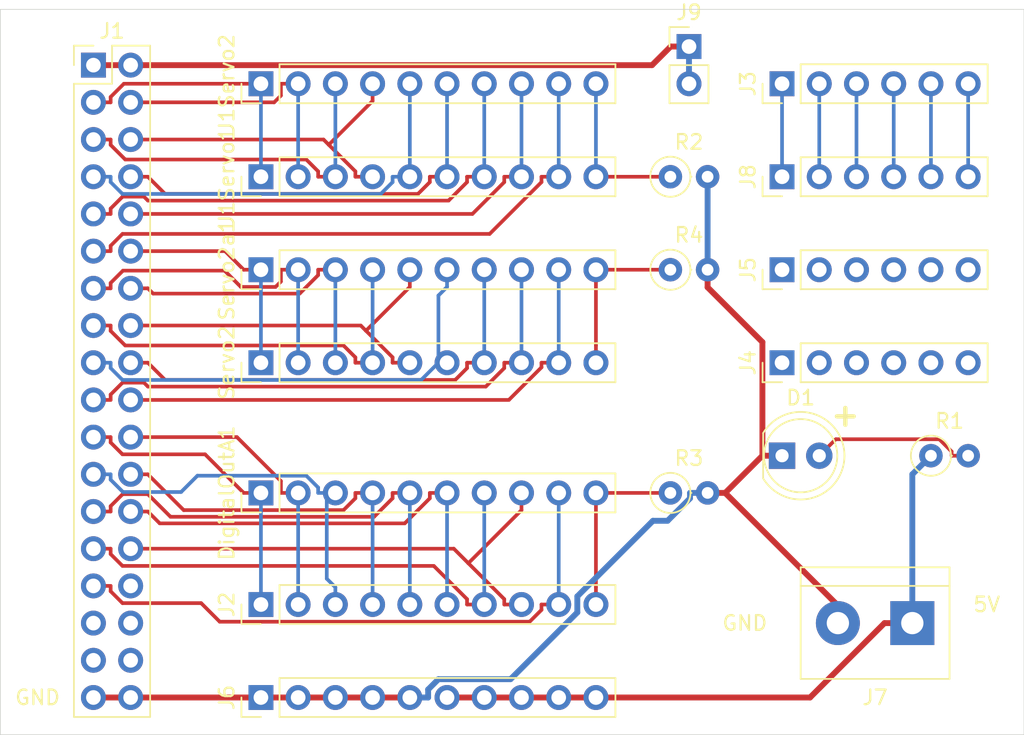
<source format=kicad_pcb>
(kicad_pcb (version 20171130) (host pcbnew "(5.1.5-0-10_14)")

  (general
    (thickness 1.6)
    (drawings 8)
    (tracks 263)
    (zones 0)
    (modules 19)
    (nets 58)
  )

  (page A4)
  (layers
    (0 F.Cu signal)
    (31 B.Cu signal)
    (32 B.Adhes user)
    (33 F.Adhes user)
    (34 B.Paste user)
    (35 F.Paste user)
    (36 B.SilkS user)
    (37 F.SilkS user)
    (38 B.Mask user)
    (39 F.Mask user)
    (40 Dwgs.User user)
    (41 Cmts.User user)
    (42 Eco1.User user)
    (43 Eco2.User user)
    (44 Edge.Cuts user)
    (45 Margin user)
    (46 B.CrtYd user)
    (47 F.CrtYd user)
    (48 B.Fab user)
    (49 F.Fab user)
  )

  (setup
    (last_trace_width 0.25)
    (trace_clearance 0.2)
    (zone_clearance 0.508)
    (zone_45_only no)
    (trace_min 0.2)
    (via_size 0.8)
    (via_drill 0.4)
    (via_min_size 0.4)
    (via_min_drill 0.3)
    (uvia_size 0.3)
    (uvia_drill 0.1)
    (uvias_allowed no)
    (uvia_min_size 0.2)
    (uvia_min_drill 0.1)
    (edge_width 0.05)
    (segment_width 0.2)
    (pcb_text_width 0.3)
    (pcb_text_size 1.5 1.5)
    (mod_edge_width 0.12)
    (mod_text_size 1 1)
    (mod_text_width 0.15)
    (pad_size 1.6 1.6)
    (pad_drill 0.8)
    (pad_to_mask_clearance 0.051)
    (solder_mask_min_width 0.25)
    (aux_axis_origin 0 0)
    (visible_elements FFFFFF7F)
    (pcbplotparams
      (layerselection 0x010fc_ffffffff)
      (usegerberextensions false)
      (usegerberattributes false)
      (usegerberadvancedattributes false)
      (creategerberjobfile false)
      (excludeedgelayer true)
      (linewidth 0.100000)
      (plotframeref false)
      (viasonmask false)
      (mode 1)
      (useauxorigin false)
      (hpglpennumber 1)
      (hpglpenspeed 20)
      (hpglpendiameter 15.000000)
      (psnegative false)
      (psa4output false)
      (plotreference true)
      (plotvalue true)
      (plotinvisibletext false)
      (padsonsilk false)
      (subtractmaskfromsilk false)
      (outputformat 1)
      (mirror false)
      (drillshape 1)
      (scaleselection 1)
      (outputdirectory ""))
  )

  (net 0 "")
  (net 1 "Net-(D1-Pad2)")
  (net 2 GND)
  (net 3 "Net-(J1-Pad10)")
  (net 4 "Net-(J1-Pad9)")
  (net 5 "Net-(J1-Pad8)")
  (net 6 "Net-(J1-Pad7)")
  (net 7 "Net-(J1-Pad6)")
  (net 8 "Net-(J1-Pad5)")
  (net 9 "Net-(J1-Pad4)")
  (net 10 "Net-(J1-Pad3)")
  (net 11 "Net-(J3-Pad6)")
  (net 12 "Net-(J3-Pad5)")
  (net 13 "Net-(J3-Pad4)")
  (net 14 "Net-(J3-Pad3)")
  (net 15 "Net-(J3-Pad2)")
  (net 16 "Net-(J3-Pad1)")
  (net 17 "Net-(J4-Pad6)")
  (net 18 "Net-(J4-Pad5)")
  (net 19 "Net-(J4-Pad4)")
  (net 20 "Net-(J4-Pad3)")
  (net 21 "Net-(J4-Pad2)")
  (net 22 "Net-(J4-Pad1)")
  (net 23 +5V)
  (net 24 "Net-(J1-Pad34)")
  (net 25 "Net-(J1-Pad33)")
  (net 26 "Net-(J1-Pad32)")
  (net 27 "Net-(J1-Pad31)")
  (net 28 "Net-(J1-Pad30)")
  (net 29 "Net-(J1-Pad20)")
  (net 30 "Net-(J1-Pad19)")
  (net 31 "Net-(J1-Pad18)")
  (net 32 "Net-(J1-Pad17)")
  (net 33 "Net-(J1-Pad16)")
  (net 34 "Net-(J1-Pad15)")
  (net 35 "Net-(J1-Pad14)")
  (net 36 "Net-(J1-Pad13)")
  (net 37 "Net-(J1-Pad12)")
  (net 38 "Net-(J1-Pad11)")
  (net 39 "Net-(J1Servo1-Pad10)")
  (net 40 "Net-(J5-Pad6)")
  (net 41 "Net-(J5-Pad5)")
  (net 42 "Net-(J5-Pad4)")
  (net 43 "Net-(J5-Pad3)")
  (net 44 "Net-(J5-Pad2)")
  (net 45 "Net-(J5-Pad1)")
  (net 46 "Net-(R4-Pad1)")
  (net 47 "Net-(DigitalOutA1-Pad10)")
  (net 48 "Net-(DigitalOutA1-Pad9)")
  (net 49 "Net-(DigitalOutA1-Pad8)")
  (net 50 "Net-(DigitalOutA1-Pad7)")
  (net 51 "Net-(DigitalOutA1-Pad6)")
  (net 52 "Net-(DigitalOutA1-Pad5)")
  (net 53 "Net-(DigitalOutA1-Pad4)")
  (net 54 "Net-(DigitalOutA1-Pad3)")
  (net 55 "Net-(DigitalOutA1-Pad2)")
  (net 56 "Net-(DigitalOutA1-Pad1)")
  (net 57 /Mega5V)

  (net_class Default "This is the default net class."
    (clearance 0.2)
    (trace_width 0.25)
    (via_dia 0.8)
    (via_drill 0.4)
    (uvia_dia 0.3)
    (uvia_drill 0.1)
    (add_net "Net-(D1-Pad2)")
    (add_net "Net-(DigitalOutA1-Pad1)")
    (add_net "Net-(DigitalOutA1-Pad10)")
    (add_net "Net-(DigitalOutA1-Pad2)")
    (add_net "Net-(DigitalOutA1-Pad3)")
    (add_net "Net-(DigitalOutA1-Pad4)")
    (add_net "Net-(DigitalOutA1-Pad5)")
    (add_net "Net-(DigitalOutA1-Pad6)")
    (add_net "Net-(DigitalOutA1-Pad7)")
    (add_net "Net-(DigitalOutA1-Pad8)")
    (add_net "Net-(DigitalOutA1-Pad9)")
    (add_net "Net-(J1-Pad10)")
    (add_net "Net-(J1-Pad11)")
    (add_net "Net-(J1-Pad12)")
    (add_net "Net-(J1-Pad13)")
    (add_net "Net-(J1-Pad14)")
    (add_net "Net-(J1-Pad15)")
    (add_net "Net-(J1-Pad16)")
    (add_net "Net-(J1-Pad17)")
    (add_net "Net-(J1-Pad18)")
    (add_net "Net-(J1-Pad19)")
    (add_net "Net-(J1-Pad20)")
    (add_net "Net-(J1-Pad3)")
    (add_net "Net-(J1-Pad30)")
    (add_net "Net-(J1-Pad31)")
    (add_net "Net-(J1-Pad32)")
    (add_net "Net-(J1-Pad33)")
    (add_net "Net-(J1-Pad34)")
    (add_net "Net-(J1-Pad4)")
    (add_net "Net-(J1-Pad5)")
    (add_net "Net-(J1-Pad6)")
    (add_net "Net-(J1-Pad7)")
    (add_net "Net-(J1-Pad8)")
    (add_net "Net-(J1-Pad9)")
    (add_net "Net-(J1Servo1-Pad10)")
    (add_net "Net-(J3-Pad1)")
    (add_net "Net-(J3-Pad2)")
    (add_net "Net-(J3-Pad3)")
    (add_net "Net-(J3-Pad4)")
    (add_net "Net-(J3-Pad5)")
    (add_net "Net-(J3-Pad6)")
    (add_net "Net-(J4-Pad1)")
    (add_net "Net-(J4-Pad2)")
    (add_net "Net-(J4-Pad3)")
    (add_net "Net-(J4-Pad4)")
    (add_net "Net-(J4-Pad5)")
    (add_net "Net-(J4-Pad6)")
    (add_net "Net-(J5-Pad1)")
    (add_net "Net-(J5-Pad2)")
    (add_net "Net-(J5-Pad3)")
    (add_net "Net-(J5-Pad4)")
    (add_net "Net-(J5-Pad5)")
    (add_net "Net-(J5-Pad6)")
    (add_net "Net-(R4-Pad1)")
  )

  (net_class Power ""
    (clearance 0.2)
    (trace_width 0.4)
    (via_dia 0.8)
    (via_drill 0.4)
    (uvia_dia 0.3)
    (uvia_drill 0.1)
    (add_net +5V)
    (add_net /Mega5V)
    (add_net GND)
  )

  (module Connector_PinHeader_2.54mm:PinHeader_1x02_P2.54mm_Vertical (layer F.Cu) (tedit 59FED5CC) (tstamp 5D1BAA64)
    (at 85.09 31.75)
    (descr "Through hole straight pin header, 1x02, 2.54mm pitch, single row")
    (tags "Through hole pin header THT 1x02 2.54mm single row")
    (path /5D93AA80)
    (fp_text reference J9 (at 0 -2.33) (layer F.SilkS)
      (effects (font (size 1 1) (thickness 0.15)))
    )
    (fp_text value "Mega 5V" (at 0 4.87) (layer F.Fab)
      (effects (font (size 1 1) (thickness 0.15)))
    )
    (fp_text user %R (at 0 1.27 90) (layer F.Fab)
      (effects (font (size 1 1) (thickness 0.15)))
    )
    (fp_line (start 1.8 -1.8) (end -1.8 -1.8) (layer F.CrtYd) (width 0.05))
    (fp_line (start 1.8 4.35) (end 1.8 -1.8) (layer F.CrtYd) (width 0.05))
    (fp_line (start -1.8 4.35) (end 1.8 4.35) (layer F.CrtYd) (width 0.05))
    (fp_line (start -1.8 -1.8) (end -1.8 4.35) (layer F.CrtYd) (width 0.05))
    (fp_line (start -1.33 -1.33) (end 0 -1.33) (layer F.SilkS) (width 0.12))
    (fp_line (start -1.33 0) (end -1.33 -1.33) (layer F.SilkS) (width 0.12))
    (fp_line (start -1.33 1.27) (end 1.33 1.27) (layer F.SilkS) (width 0.12))
    (fp_line (start 1.33 1.27) (end 1.33 3.87) (layer F.SilkS) (width 0.12))
    (fp_line (start -1.33 1.27) (end -1.33 3.87) (layer F.SilkS) (width 0.12))
    (fp_line (start -1.33 3.87) (end 1.33 3.87) (layer F.SilkS) (width 0.12))
    (fp_line (start -1.27 -0.635) (end -0.635 -1.27) (layer F.Fab) (width 0.1))
    (fp_line (start -1.27 3.81) (end -1.27 -0.635) (layer F.Fab) (width 0.1))
    (fp_line (start 1.27 3.81) (end -1.27 3.81) (layer F.Fab) (width 0.1))
    (fp_line (start 1.27 -1.27) (end 1.27 3.81) (layer F.Fab) (width 0.1))
    (fp_line (start -0.635 -1.27) (end 1.27 -1.27) (layer F.Fab) (width 0.1))
    (pad 2 thru_hole oval (at 0 2.54) (size 1.7 1.7) (drill 1) (layers *.Cu *.Mask)
      (net 57 /Mega5V))
    (pad 1 thru_hole rect (at 0 0) (size 1.7 1.7) (drill 1) (layers *.Cu *.Mask)
      (net 57 /Mega5V))
    (model ${KISYS3DMOD}/Connector_PinHeader_2.54mm.3dshapes/PinHeader_1x02_P2.54mm_Vertical.wrl
      (at (xyz 0 0 0))
      (scale (xyz 1 1 1))
      (rotate (xyz 0 0 0))
    )
  )

  (module Resistor_THT:R_Axial_DIN0207_L6.3mm_D2.5mm_P2.54mm_Vertical (layer F.Cu) (tedit 5AE5139B) (tstamp 5D1B71AB)
    (at 83.82 46.99)
    (descr "Resistor, Axial_DIN0207 series, Axial, Vertical, pin pitch=2.54mm, 0.25W = 1/4W, length*diameter=6.3*2.5mm^2, http://cdn-reichelt.de/documents/datenblatt/B400/1_4W%23YAG.pdf")
    (tags "Resistor Axial_DIN0207 series Axial Vertical pin pitch 2.54mm 0.25W = 1/4W length 6.3mm diameter 2.5mm")
    (path /5D89B953)
    (fp_text reference R4 (at 1.27 -2.37) (layer F.SilkS)
      (effects (font (size 1 1) (thickness 0.15)))
    )
    (fp_text value R_US (at 1.27 2.37) (layer F.Fab)
      (effects (font (size 1 1) (thickness 0.15)))
    )
    (fp_text user %R (at 1.27 -2.37) (layer F.Fab)
      (effects (font (size 1 1) (thickness 0.15)))
    )
    (fp_line (start 3.59 -1.5) (end -1.5 -1.5) (layer F.CrtYd) (width 0.05))
    (fp_line (start 3.59 1.5) (end 3.59 -1.5) (layer F.CrtYd) (width 0.05))
    (fp_line (start -1.5 1.5) (end 3.59 1.5) (layer F.CrtYd) (width 0.05))
    (fp_line (start -1.5 -1.5) (end -1.5 1.5) (layer F.CrtYd) (width 0.05))
    (fp_line (start 1.37 0) (end 1.44 0) (layer F.SilkS) (width 0.12))
    (fp_line (start 0 0) (end 2.54 0) (layer F.Fab) (width 0.1))
    (fp_circle (center 0 0) (end 1.37 0) (layer F.SilkS) (width 0.12))
    (fp_circle (center 0 0) (end 1.25 0) (layer F.Fab) (width 0.1))
    (pad 2 thru_hole oval (at 2.54 0) (size 1.6 1.6) (drill 0.8) (layers *.Cu *.Mask)
      (net 2 GND))
    (pad 1 thru_hole circle (at 0 0) (size 1.6 1.6) (drill 0.8) (layers *.Cu *.Mask)
      (net 46 "Net-(R4-Pad1)"))
    (model ${KISYS3DMOD}/Resistor_THT.3dshapes/R_Axial_DIN0207_L6.3mm_D2.5mm_P2.54mm_Vertical.wrl
      (at (xyz 0 0 0))
      (scale (xyz 1 1 1))
      (rotate (xyz 0 0 0))
    )
  )

  (module Resistor_THT:R_Axial_DIN0207_L6.3mm_D2.5mm_P2.54mm_Vertical (layer F.Cu) (tedit 5AE5139B) (tstamp 5D1B719C)
    (at 83.82 62.23)
    (descr "Resistor, Axial_DIN0207 series, Axial, Vertical, pin pitch=2.54mm, 0.25W = 1/4W, length*diameter=6.3*2.5mm^2, http://cdn-reichelt.de/documents/datenblatt/B400/1_4W%23YAG.pdf")
    (tags "Resistor Axial_DIN0207 series Axial Vertical pin pitch 2.54mm 0.25W = 1/4W length 6.3mm diameter 2.5mm")
    (path /5D87394C)
    (fp_text reference R3 (at 1.27 -2.37) (layer F.SilkS)
      (effects (font (size 1 1) (thickness 0.15)))
    )
    (fp_text value R_US (at 1.27 2.37) (layer F.Fab)
      (effects (font (size 1 1) (thickness 0.15)))
    )
    (fp_text user %R (at 1.27 -2.37) (layer F.Fab)
      (effects (font (size 1 1) (thickness 0.15)))
    )
    (fp_line (start 3.59 -1.5) (end -1.5 -1.5) (layer F.CrtYd) (width 0.05))
    (fp_line (start 3.59 1.5) (end 3.59 -1.5) (layer F.CrtYd) (width 0.05))
    (fp_line (start -1.5 1.5) (end 3.59 1.5) (layer F.CrtYd) (width 0.05))
    (fp_line (start -1.5 -1.5) (end -1.5 1.5) (layer F.CrtYd) (width 0.05))
    (fp_line (start 1.37 0) (end 1.44 0) (layer F.SilkS) (width 0.12))
    (fp_line (start 0 0) (end 2.54 0) (layer F.Fab) (width 0.1))
    (fp_circle (center 0 0) (end 1.37 0) (layer F.SilkS) (width 0.12))
    (fp_circle (center 0 0) (end 1.25 0) (layer F.Fab) (width 0.1))
    (pad 2 thru_hole oval (at 2.54 0) (size 1.6 1.6) (drill 0.8) (layers *.Cu *.Mask)
      (net 2 GND))
    (pad 1 thru_hole circle (at 0 0) (size 1.6 1.6) (drill 0.8) (layers *.Cu *.Mask)
      (net 47 "Net-(DigitalOutA1-Pad10)"))
    (model ${KISYS3DMOD}/Resistor_THT.3dshapes/R_Axial_DIN0207_L6.3mm_D2.5mm_P2.54mm_Vertical.wrl
      (at (xyz 0 0 0))
      (scale (xyz 1 1 1))
      (rotate (xyz 0 0 0))
    )
  )

  (module Resistor_THT:R_Axial_DIN0207_L6.3mm_D2.5mm_P2.54mm_Vertical (layer F.Cu) (tedit 5AE5139B) (tstamp 5D1B718D)
    (at 83.82 40.64)
    (descr "Resistor, Axial_DIN0207 series, Axial, Vertical, pin pitch=2.54mm, 0.25W = 1/4W, length*diameter=6.3*2.5mm^2, http://cdn-reichelt.de/documents/datenblatt/B400/1_4W%23YAG.pdf")
    (tags "Resistor Axial_DIN0207 series Axial Vertical pin pitch 2.54mm 0.25W = 1/4W length 6.3mm diameter 2.5mm")
    (path /5D88E078)
    (fp_text reference R2 (at 1.27 -2.37) (layer F.SilkS)
      (effects (font (size 1 1) (thickness 0.15)))
    )
    (fp_text value R_US (at 1.27 2.37) (layer F.Fab)
      (effects (font (size 1 1) (thickness 0.15)))
    )
    (fp_text user %R (at 1.27 -2.37) (layer F.Fab)
      (effects (font (size 1 1) (thickness 0.15)))
    )
    (fp_line (start 3.59 -1.5) (end -1.5 -1.5) (layer F.CrtYd) (width 0.05))
    (fp_line (start 3.59 1.5) (end 3.59 -1.5) (layer F.CrtYd) (width 0.05))
    (fp_line (start -1.5 1.5) (end 3.59 1.5) (layer F.CrtYd) (width 0.05))
    (fp_line (start -1.5 -1.5) (end -1.5 1.5) (layer F.CrtYd) (width 0.05))
    (fp_line (start 1.37 0) (end 1.44 0) (layer F.SilkS) (width 0.12))
    (fp_line (start 0 0) (end 2.54 0) (layer F.Fab) (width 0.1))
    (fp_circle (center 0 0) (end 1.37 0) (layer F.SilkS) (width 0.12))
    (fp_circle (center 0 0) (end 1.25 0) (layer F.Fab) (width 0.1))
    (pad 2 thru_hole oval (at 2.54 0) (size 1.6 1.6) (drill 0.8) (layers *.Cu *.Mask)
      (net 2 GND))
    (pad 1 thru_hole circle (at 0 0) (size 1.6 1.6) (drill 0.8) (layers *.Cu *.Mask)
      (net 39 "Net-(J1Servo1-Pad10)"))
    (model ${KISYS3DMOD}/Resistor_THT.3dshapes/R_Axial_DIN0207_L6.3mm_D2.5mm_P2.54mm_Vertical.wrl
      (at (xyz 0 0 0))
      (scale (xyz 1 1 1))
      (rotate (xyz 0 0 0))
    )
  )

  (module Connector_PinHeader_2.54mm:PinHeader_1x06_P2.54mm_Vertical (layer F.Cu) (tedit 59FED5CC) (tstamp 5D1B59D3)
    (at 91.44 46.99 90)
    (descr "Through hole straight pin header, 1x06, 2.54mm pitch, single row")
    (tags "Through hole pin header THT 1x06 2.54mm single row")
    (path /5D7BF788)
    (fp_text reference J5 (at 0 -2.33 90) (layer F.SilkS)
      (effects (font (size 1 1) (thickness 0.15)))
    )
    (fp_text value "Spare 2" (at 2.54 6.35 180) (layer F.Fab)
      (effects (font (size 1 1) (thickness 0.15)))
    )
    (fp_text user %R (at 0 6.35) (layer F.Fab)
      (effects (font (size 1 1) (thickness 0.15)))
    )
    (fp_line (start 1.8 -1.8) (end -1.8 -1.8) (layer F.CrtYd) (width 0.05))
    (fp_line (start 1.8 14.5) (end 1.8 -1.8) (layer F.CrtYd) (width 0.05))
    (fp_line (start -1.8 14.5) (end 1.8 14.5) (layer F.CrtYd) (width 0.05))
    (fp_line (start -1.8 -1.8) (end -1.8 14.5) (layer F.CrtYd) (width 0.05))
    (fp_line (start -1.33 -1.33) (end 0 -1.33) (layer F.SilkS) (width 0.12))
    (fp_line (start -1.33 0) (end -1.33 -1.33) (layer F.SilkS) (width 0.12))
    (fp_line (start -1.33 1.27) (end 1.33 1.27) (layer F.SilkS) (width 0.12))
    (fp_line (start 1.33 1.27) (end 1.33 14.03) (layer F.SilkS) (width 0.12))
    (fp_line (start -1.33 1.27) (end -1.33 14.03) (layer F.SilkS) (width 0.12))
    (fp_line (start -1.33 14.03) (end 1.33 14.03) (layer F.SilkS) (width 0.12))
    (fp_line (start -1.27 -0.635) (end -0.635 -1.27) (layer F.Fab) (width 0.1))
    (fp_line (start -1.27 13.97) (end -1.27 -0.635) (layer F.Fab) (width 0.1))
    (fp_line (start 1.27 13.97) (end -1.27 13.97) (layer F.Fab) (width 0.1))
    (fp_line (start 1.27 -1.27) (end 1.27 13.97) (layer F.Fab) (width 0.1))
    (fp_line (start -0.635 -1.27) (end 1.27 -1.27) (layer F.Fab) (width 0.1))
    (pad 6 thru_hole oval (at 0 12.7 90) (size 1.7 1.7) (drill 1) (layers *.Cu *.Mask)
      (net 40 "Net-(J5-Pad6)"))
    (pad 5 thru_hole oval (at 0 10.16 90) (size 1.7 1.7) (drill 1) (layers *.Cu *.Mask)
      (net 41 "Net-(J5-Pad5)"))
    (pad 4 thru_hole oval (at 0 7.62 90) (size 1.7 1.7) (drill 1) (layers *.Cu *.Mask)
      (net 42 "Net-(J5-Pad4)"))
    (pad 3 thru_hole oval (at 0 5.08 90) (size 1.7 1.7) (drill 1) (layers *.Cu *.Mask)
      (net 43 "Net-(J5-Pad3)"))
    (pad 2 thru_hole oval (at 0 2.54 90) (size 1.7 1.7) (drill 1) (layers *.Cu *.Mask)
      (net 44 "Net-(J5-Pad2)"))
    (pad 1 thru_hole rect (at 0 0 90) (size 1.7 1.7) (drill 1) (layers *.Cu *.Mask)
      (net 45 "Net-(J5-Pad1)"))
    (model ${KISYS3DMOD}/Connector_PinHeader_2.54mm.3dshapes/PinHeader_1x06_P2.54mm_Vertical.wrl
      (at (xyz 0 0 0))
      (scale (xyz 1 1 1))
      (rotate (xyz 0 0 0))
    )
  )

  (module Connector_PinHeader_2.54mm:PinHeader_1x06_P2.54mm_Vertical (layer F.Cu) (tedit 59FED5CC) (tstamp 5D1B59B9)
    (at 91.44 53.34 90)
    (descr "Through hole straight pin header, 1x06, 2.54mm pitch, single row")
    (tags "Through hole pin header THT 1x06 2.54mm single row")
    (path /5D7BE54C)
    (fp_text reference J4 (at 0 -2.33 90) (layer F.SilkS)
      (effects (font (size 1 1) (thickness 0.15)))
    )
    (fp_text value "Spare 1" (at 2.54 6.35 180) (layer F.Fab)
      (effects (font (size 1 1) (thickness 0.15)))
    )
    (fp_text user %R (at 0 6.35) (layer F.Fab)
      (effects (font (size 1 1) (thickness 0.15)))
    )
    (fp_line (start 1.8 -1.8) (end -1.8 -1.8) (layer F.CrtYd) (width 0.05))
    (fp_line (start 1.8 14.5) (end 1.8 -1.8) (layer F.CrtYd) (width 0.05))
    (fp_line (start -1.8 14.5) (end 1.8 14.5) (layer F.CrtYd) (width 0.05))
    (fp_line (start -1.8 -1.8) (end -1.8 14.5) (layer F.CrtYd) (width 0.05))
    (fp_line (start -1.33 -1.33) (end 0 -1.33) (layer F.SilkS) (width 0.12))
    (fp_line (start -1.33 0) (end -1.33 -1.33) (layer F.SilkS) (width 0.12))
    (fp_line (start -1.33 1.27) (end 1.33 1.27) (layer F.SilkS) (width 0.12))
    (fp_line (start 1.33 1.27) (end 1.33 14.03) (layer F.SilkS) (width 0.12))
    (fp_line (start -1.33 1.27) (end -1.33 14.03) (layer F.SilkS) (width 0.12))
    (fp_line (start -1.33 14.03) (end 1.33 14.03) (layer F.SilkS) (width 0.12))
    (fp_line (start -1.27 -0.635) (end -0.635 -1.27) (layer F.Fab) (width 0.1))
    (fp_line (start -1.27 13.97) (end -1.27 -0.635) (layer F.Fab) (width 0.1))
    (fp_line (start 1.27 13.97) (end -1.27 13.97) (layer F.Fab) (width 0.1))
    (fp_line (start 1.27 -1.27) (end 1.27 13.97) (layer F.Fab) (width 0.1))
    (fp_line (start -0.635 -1.27) (end 1.27 -1.27) (layer F.Fab) (width 0.1))
    (pad 6 thru_hole oval (at 0 12.7 90) (size 1.7 1.7) (drill 1) (layers *.Cu *.Mask)
      (net 17 "Net-(J4-Pad6)"))
    (pad 5 thru_hole oval (at 0 10.16 90) (size 1.7 1.7) (drill 1) (layers *.Cu *.Mask)
      (net 18 "Net-(J4-Pad5)"))
    (pad 4 thru_hole oval (at 0 7.62 90) (size 1.7 1.7) (drill 1) (layers *.Cu *.Mask)
      (net 19 "Net-(J4-Pad4)"))
    (pad 3 thru_hole oval (at 0 5.08 90) (size 1.7 1.7) (drill 1) (layers *.Cu *.Mask)
      (net 20 "Net-(J4-Pad3)"))
    (pad 2 thru_hole oval (at 0 2.54 90) (size 1.7 1.7) (drill 1) (layers *.Cu *.Mask)
      (net 21 "Net-(J4-Pad2)"))
    (pad 1 thru_hole rect (at 0 0 90) (size 1.7 1.7) (drill 1) (layers *.Cu *.Mask)
      (net 22 "Net-(J4-Pad1)"))
    (model ${KISYS3DMOD}/Connector_PinHeader_2.54mm.3dshapes/PinHeader_1x06_P2.54mm_Vertical.wrl
      (at (xyz 0 0 0))
      (scale (xyz 1 1 1))
      (rotate (xyz 0 0 0))
    )
  )

  (module Connector_PinHeader_2.54mm:PinHeader_1x10_P2.54mm_Vertical (layer F.Cu) (tedit 59FED5CC) (tstamp 5D1B4D0B)
    (at 55.88 76.2 90)
    (descr "Through hole straight pin header, 1x10, 2.54mm pitch, single row")
    (tags "Through hole pin header THT 1x10 2.54mm single row")
    (path /5D2447FC)
    (fp_text reference J6 (at 0 -2.33 90) (layer F.SilkS)
      (effects (font (size 1 1) (thickness 0.15)))
    )
    (fp_text value "Gnd Pwr" (at 3.81 11.43 180) (layer F.Fab)
      (effects (font (size 1 1) (thickness 0.15)))
    )
    (fp_text user %R (at 0 11.43) (layer F.Fab)
      (effects (font (size 1 1) (thickness 0.15)))
    )
    (fp_line (start 1.8 -1.8) (end -1.8 -1.8) (layer F.CrtYd) (width 0.05))
    (fp_line (start 1.8 24.65) (end 1.8 -1.8) (layer F.CrtYd) (width 0.05))
    (fp_line (start -1.8 24.65) (end 1.8 24.65) (layer F.CrtYd) (width 0.05))
    (fp_line (start -1.8 -1.8) (end -1.8 24.65) (layer F.CrtYd) (width 0.05))
    (fp_line (start -1.33 -1.33) (end 0 -1.33) (layer F.SilkS) (width 0.12))
    (fp_line (start -1.33 0) (end -1.33 -1.33) (layer F.SilkS) (width 0.12))
    (fp_line (start -1.33 1.27) (end 1.33 1.27) (layer F.SilkS) (width 0.12))
    (fp_line (start 1.33 1.27) (end 1.33 24.19) (layer F.SilkS) (width 0.12))
    (fp_line (start -1.33 1.27) (end -1.33 24.19) (layer F.SilkS) (width 0.12))
    (fp_line (start -1.33 24.19) (end 1.33 24.19) (layer F.SilkS) (width 0.12))
    (fp_line (start -1.27 -0.635) (end -0.635 -1.27) (layer F.Fab) (width 0.1))
    (fp_line (start -1.27 24.13) (end -1.27 -0.635) (layer F.Fab) (width 0.1))
    (fp_line (start 1.27 24.13) (end -1.27 24.13) (layer F.Fab) (width 0.1))
    (fp_line (start 1.27 -1.27) (end 1.27 24.13) (layer F.Fab) (width 0.1))
    (fp_line (start -0.635 -1.27) (end 1.27 -1.27) (layer F.Fab) (width 0.1))
    (pad 10 thru_hole oval (at 0 22.86 90) (size 1.7 1.7) (drill 1) (layers *.Cu *.Mask)
      (net 23 +5V))
    (pad 9 thru_hole oval (at 0 20.32 90) (size 1.7 1.7) (drill 1) (layers *.Cu *.Mask)
      (net 23 +5V))
    (pad 8 thru_hole oval (at 0 17.78 90) (size 1.7 1.7) (drill 1) (layers *.Cu *.Mask)
      (net 23 +5V))
    (pad 7 thru_hole oval (at 0 15.24 90) (size 1.7 1.7) (drill 1) (layers *.Cu *.Mask)
      (net 23 +5V))
    (pad 6 thru_hole oval (at 0 12.7 90) (size 1.7 1.7) (drill 1) (layers *.Cu *.Mask)
      (net 23 +5V))
    (pad 5 thru_hole oval (at 0 10.16 90) (size 1.7 1.7) (drill 1) (layers *.Cu *.Mask)
      (net 2 GND))
    (pad 4 thru_hole oval (at 0 7.62 90) (size 1.7 1.7) (drill 1) (layers *.Cu *.Mask)
      (net 2 GND))
    (pad 3 thru_hole oval (at 0 5.08 90) (size 1.7 1.7) (drill 1) (layers *.Cu *.Mask)
      (net 2 GND))
    (pad 2 thru_hole oval (at 0 2.54 90) (size 1.7 1.7) (drill 1) (layers *.Cu *.Mask)
      (net 2 GND))
    (pad 1 thru_hole rect (at 0 0 90) (size 1.7 1.7) (drill 1) (layers *.Cu *.Mask)
      (net 2 GND))
    (model ${KISYS3DMOD}/Connector_PinHeader_2.54mm.3dshapes/PinHeader_1x10_P2.54mm_Vertical.wrl
      (at (xyz 0 0 0))
      (scale (xyz 1 1 1))
      (rotate (xyz 0 0 0))
    )
  )

  (module Connector_PinHeader_2.54mm:PinHeader_1x10_P2.54mm_Vertical (layer F.Cu) (tedit 59FED5CC) (tstamp 5D1B3714)
    (at 55.88 69.85 90)
    (descr "Through hole straight pin header, 1x10, 2.54mm pitch, single row")
    (tags "Through hole pin header THT 1x10 2.54mm single row")
    (path /5D4EA037)
    (fp_text reference J2 (at 0 -2.33 90) (layer F.SilkS)
      (effects (font (size 1 1) (thickness 0.15)))
    )
    (fp_text value "Digital Out" (at 3.81 26.67 180) (layer F.Fab)
      (effects (font (size 1 1) (thickness 0.15)))
    )
    (fp_text user %R (at 0 11.43) (layer F.Fab)
      (effects (font (size 1 1) (thickness 0.15)))
    )
    (fp_line (start 1.8 -1.8) (end -1.8 -1.8) (layer F.CrtYd) (width 0.05))
    (fp_line (start 1.8 24.65) (end 1.8 -1.8) (layer F.CrtYd) (width 0.05))
    (fp_line (start -1.8 24.65) (end 1.8 24.65) (layer F.CrtYd) (width 0.05))
    (fp_line (start -1.8 -1.8) (end -1.8 24.65) (layer F.CrtYd) (width 0.05))
    (fp_line (start -1.33 -1.33) (end 0 -1.33) (layer F.SilkS) (width 0.12))
    (fp_line (start -1.33 0) (end -1.33 -1.33) (layer F.SilkS) (width 0.12))
    (fp_line (start -1.33 1.27) (end 1.33 1.27) (layer F.SilkS) (width 0.12))
    (fp_line (start 1.33 1.27) (end 1.33 24.19) (layer F.SilkS) (width 0.12))
    (fp_line (start -1.33 1.27) (end -1.33 24.19) (layer F.SilkS) (width 0.12))
    (fp_line (start -1.33 24.19) (end 1.33 24.19) (layer F.SilkS) (width 0.12))
    (fp_line (start -1.27 -0.635) (end -0.635 -1.27) (layer F.Fab) (width 0.1))
    (fp_line (start -1.27 24.13) (end -1.27 -0.635) (layer F.Fab) (width 0.1))
    (fp_line (start 1.27 24.13) (end -1.27 24.13) (layer F.Fab) (width 0.1))
    (fp_line (start 1.27 -1.27) (end 1.27 24.13) (layer F.Fab) (width 0.1))
    (fp_line (start -0.635 -1.27) (end 1.27 -1.27) (layer F.Fab) (width 0.1))
    (pad 10 thru_hole oval (at 0 22.86 90) (size 1.7 1.7) (drill 1) (layers *.Cu *.Mask)
      (net 47 "Net-(DigitalOutA1-Pad10)"))
    (pad 9 thru_hole oval (at 0 20.32 90) (size 1.7 1.7) (drill 1) (layers *.Cu *.Mask)
      (net 48 "Net-(DigitalOutA1-Pad9)"))
    (pad 8 thru_hole oval (at 0 17.78 90) (size 1.7 1.7) (drill 1) (layers *.Cu *.Mask)
      (net 49 "Net-(DigitalOutA1-Pad8)"))
    (pad 7 thru_hole oval (at 0 15.24 90) (size 1.7 1.7) (drill 1) (layers *.Cu *.Mask)
      (net 50 "Net-(DigitalOutA1-Pad7)"))
    (pad 6 thru_hole oval (at 0 12.7 90) (size 1.7 1.7) (drill 1) (layers *.Cu *.Mask)
      (net 51 "Net-(DigitalOutA1-Pad6)"))
    (pad 5 thru_hole oval (at 0 10.16 90) (size 1.7 1.7) (drill 1) (layers *.Cu *.Mask)
      (net 52 "Net-(DigitalOutA1-Pad5)"))
    (pad 4 thru_hole oval (at 0 7.62 90) (size 1.7 1.7) (drill 1) (layers *.Cu *.Mask)
      (net 53 "Net-(DigitalOutA1-Pad4)"))
    (pad 3 thru_hole oval (at 0 5.08 90) (size 1.7 1.7) (drill 1) (layers *.Cu *.Mask)
      (net 54 "Net-(DigitalOutA1-Pad3)"))
    (pad 2 thru_hole oval (at 0 2.54 90) (size 1.7 1.7) (drill 1) (layers *.Cu *.Mask)
      (net 55 "Net-(DigitalOutA1-Pad2)"))
    (pad 1 thru_hole rect (at 0 0 90) (size 1.7 1.7) (drill 1) (layers *.Cu *.Mask)
      (net 56 "Net-(DigitalOutA1-Pad1)"))
    (model ${KISYS3DMOD}/Connector_PinHeader_2.54mm.3dshapes/PinHeader_1x10_P2.54mm_Vertical.wrl
      (at (xyz 0 0 0))
      (scale (xyz 1 1 1))
      (rotate (xyz 0 0 0))
    )
  )

  (module Connector_PinHeader_2.54mm:PinHeader_1x10_P2.54mm_Vertical (layer F.Cu) (tedit 59FED5CC) (tstamp 5D1B31CF)
    (at 55.88 53.34 90)
    (descr "Through hole straight pin header, 1x10, 2.54mm pitch, single row")
    (tags "Through hole pin header THT 1x10 2.54mm single row")
    (path /5D5420E4)
    (fp_text reference Servo2 (at 0 -2.33 90) (layer F.SilkS)
      (effects (font (size 1 1) (thickness 0.15)))
    )
    (fp_text value "Servo 2" (at 2.54 27.94 180) (layer F.Fab)
      (effects (font (size 1 1) (thickness 0.15)))
    )
    (fp_text user %R (at 0 11.43) (layer F.Fab)
      (effects (font (size 1 1) (thickness 0.15)))
    )
    (fp_line (start 1.8 -1.8) (end -1.8 -1.8) (layer F.CrtYd) (width 0.05))
    (fp_line (start 1.8 24.65) (end 1.8 -1.8) (layer F.CrtYd) (width 0.05))
    (fp_line (start -1.8 24.65) (end 1.8 24.65) (layer F.CrtYd) (width 0.05))
    (fp_line (start -1.8 -1.8) (end -1.8 24.65) (layer F.CrtYd) (width 0.05))
    (fp_line (start -1.33 -1.33) (end 0 -1.33) (layer F.SilkS) (width 0.12))
    (fp_line (start -1.33 0) (end -1.33 -1.33) (layer F.SilkS) (width 0.12))
    (fp_line (start -1.33 1.27) (end 1.33 1.27) (layer F.SilkS) (width 0.12))
    (fp_line (start 1.33 1.27) (end 1.33 24.19) (layer F.SilkS) (width 0.12))
    (fp_line (start -1.33 1.27) (end -1.33 24.19) (layer F.SilkS) (width 0.12))
    (fp_line (start -1.33 24.19) (end 1.33 24.19) (layer F.SilkS) (width 0.12))
    (fp_line (start -1.27 -0.635) (end -0.635 -1.27) (layer F.Fab) (width 0.1))
    (fp_line (start -1.27 24.13) (end -1.27 -0.635) (layer F.Fab) (width 0.1))
    (fp_line (start 1.27 24.13) (end -1.27 24.13) (layer F.Fab) (width 0.1))
    (fp_line (start 1.27 -1.27) (end 1.27 24.13) (layer F.Fab) (width 0.1))
    (fp_line (start -0.635 -1.27) (end 1.27 -1.27) (layer F.Fab) (width 0.1))
    (pad 10 thru_hole oval (at 0 22.86 90) (size 1.7 1.7) (drill 1) (layers *.Cu *.Mask)
      (net 46 "Net-(R4-Pad1)"))
    (pad 9 thru_hole oval (at 0 20.32 90) (size 1.7 1.7) (drill 1) (layers *.Cu *.Mask)
      (net 29 "Net-(J1-Pad20)"))
    (pad 8 thru_hole oval (at 0 17.78 90) (size 1.7 1.7) (drill 1) (layers *.Cu *.Mask)
      (net 30 "Net-(J1-Pad19)"))
    (pad 7 thru_hole oval (at 0 15.24 90) (size 1.7 1.7) (drill 1) (layers *.Cu *.Mask)
      (net 31 "Net-(J1-Pad18)"))
    (pad 6 thru_hole oval (at 0 12.7 90) (size 1.7 1.7) (drill 1) (layers *.Cu *.Mask)
      (net 32 "Net-(J1-Pad17)"))
    (pad 5 thru_hole oval (at 0 10.16 90) (size 1.7 1.7) (drill 1) (layers *.Cu *.Mask)
      (net 33 "Net-(J1-Pad16)"))
    (pad 4 thru_hole oval (at 0 7.62 90) (size 1.7 1.7) (drill 1) (layers *.Cu *.Mask)
      (net 34 "Net-(J1-Pad15)"))
    (pad 3 thru_hole oval (at 0 5.08 90) (size 1.7 1.7) (drill 1) (layers *.Cu *.Mask)
      (net 35 "Net-(J1-Pad14)"))
    (pad 2 thru_hole oval (at 0 2.54 90) (size 1.7 1.7) (drill 1) (layers *.Cu *.Mask)
      (net 36 "Net-(J1-Pad13)"))
    (pad 1 thru_hole rect (at 0 0 90) (size 1.7 1.7) (drill 1) (layers *.Cu *.Mask)
      (net 37 "Net-(J1-Pad12)"))
    (model ${KISYS3DMOD}/Connector_PinHeader_2.54mm.3dshapes/PinHeader_1x10_P2.54mm_Vertical.wrl
      (at (xyz 0 0 0))
      (scale (xyz 1 1 1))
      (rotate (xyz 0 0 0))
    )
  )

  (module Connector_PinHeader_2.54mm:PinHeader_1x10_P2.54mm_Vertical (layer F.Cu) (tedit 59FED5CC) (tstamp 5D1B313D)
    (at 55.88 40.64 90)
    (descr "Through hole straight pin header, 1x10, 2.54mm pitch, single row")
    (tags "Through hole pin header THT 1x10 2.54mm single row")
    (path /5D4F7269)
    (fp_text reference J1Servo1 (at 0 -2.33 90) (layer F.SilkS)
      (effects (font (size 1 1) (thickness 0.15)))
    )
    (fp_text value "Servo 1a" (at 2.54 27.94 180) (layer F.Fab)
      (effects (font (size 1 1) (thickness 0.15)))
    )
    (fp_text user %R (at 0 11.43) (layer F.Fab)
      (effects (font (size 1 1) (thickness 0.15)))
    )
    (fp_line (start 1.8 -1.8) (end -1.8 -1.8) (layer F.CrtYd) (width 0.05))
    (fp_line (start 1.8 24.65) (end 1.8 -1.8) (layer F.CrtYd) (width 0.05))
    (fp_line (start -1.8 24.65) (end 1.8 24.65) (layer F.CrtYd) (width 0.05))
    (fp_line (start -1.8 -1.8) (end -1.8 24.65) (layer F.CrtYd) (width 0.05))
    (fp_line (start -1.33 -1.33) (end 0 -1.33) (layer F.SilkS) (width 0.12))
    (fp_line (start -1.33 0) (end -1.33 -1.33) (layer F.SilkS) (width 0.12))
    (fp_line (start -1.33 1.27) (end 1.33 1.27) (layer F.SilkS) (width 0.12))
    (fp_line (start 1.33 1.27) (end 1.33 24.19) (layer F.SilkS) (width 0.12))
    (fp_line (start -1.33 1.27) (end -1.33 24.19) (layer F.SilkS) (width 0.12))
    (fp_line (start -1.33 24.19) (end 1.33 24.19) (layer F.SilkS) (width 0.12))
    (fp_line (start -1.27 -0.635) (end -0.635 -1.27) (layer F.Fab) (width 0.1))
    (fp_line (start -1.27 24.13) (end -1.27 -0.635) (layer F.Fab) (width 0.1))
    (fp_line (start 1.27 24.13) (end -1.27 24.13) (layer F.Fab) (width 0.1))
    (fp_line (start 1.27 -1.27) (end 1.27 24.13) (layer F.Fab) (width 0.1))
    (fp_line (start -0.635 -1.27) (end 1.27 -1.27) (layer F.Fab) (width 0.1))
    (pad 10 thru_hole oval (at 0 22.86 90) (size 1.7 1.7) (drill 1) (layers *.Cu *.Mask)
      (net 39 "Net-(J1Servo1-Pad10)"))
    (pad 9 thru_hole oval (at 0 20.32 90) (size 1.7 1.7) (drill 1) (layers *.Cu *.Mask)
      (net 38 "Net-(J1-Pad11)"))
    (pad 8 thru_hole oval (at 0 17.78 90) (size 1.7 1.7) (drill 1) (layers *.Cu *.Mask)
      (net 3 "Net-(J1-Pad10)"))
    (pad 7 thru_hole oval (at 0 15.24 90) (size 1.7 1.7) (drill 1) (layers *.Cu *.Mask)
      (net 4 "Net-(J1-Pad9)"))
    (pad 6 thru_hole oval (at 0 12.7 90) (size 1.7 1.7) (drill 1) (layers *.Cu *.Mask)
      (net 5 "Net-(J1-Pad8)"))
    (pad 5 thru_hole oval (at 0 10.16 90) (size 1.7 1.7) (drill 1) (layers *.Cu *.Mask)
      (net 6 "Net-(J1-Pad7)"))
    (pad 4 thru_hole oval (at 0 7.62 90) (size 1.7 1.7) (drill 1) (layers *.Cu *.Mask)
      (net 7 "Net-(J1-Pad6)"))
    (pad 3 thru_hole oval (at 0 5.08 90) (size 1.7 1.7) (drill 1) (layers *.Cu *.Mask)
      (net 8 "Net-(J1-Pad5)"))
    (pad 2 thru_hole oval (at 0 2.54 90) (size 1.7 1.7) (drill 1) (layers *.Cu *.Mask)
      (net 9 "Net-(J1-Pad4)"))
    (pad 1 thru_hole rect (at 0 0 90) (size 1.7 1.7) (drill 1) (layers *.Cu *.Mask)
      (net 10 "Net-(J1-Pad3)"))
    (model ${KISYS3DMOD}/Connector_PinHeader_2.54mm.3dshapes/PinHeader_1x10_P2.54mm_Vertical.wrl
      (at (xyz 0 0 0))
      (scale (xyz 1 1 1))
      (rotate (xyz 0 0 0))
    )
  )

  (module TerminalBlock:TerminalBlock_bornier-2_P5.08mm (layer F.Cu) (tedit 59FF03AB) (tstamp 5D1B1D2A)
    (at 100.33 71.12 180)
    (descr "simple 2-pin terminal block, pitch 5.08mm, revamped version of bornier2")
    (tags "terminal block bornier2")
    (path /5D33C82E)
    (fp_text reference J7 (at 2.54 -5.08) (layer F.SilkS)
      (effects (font (size 1 1) (thickness 0.15)))
    )
    (fp_text value "Aux Pwr In" (at 2.54 5.08) (layer F.Fab)
      (effects (font (size 1 1) (thickness 0.15)))
    )
    (fp_line (start 7.79 4) (end -2.71 4) (layer F.CrtYd) (width 0.05))
    (fp_line (start 7.79 4) (end 7.79 -4) (layer F.CrtYd) (width 0.05))
    (fp_line (start -2.71 -4) (end -2.71 4) (layer F.CrtYd) (width 0.05))
    (fp_line (start -2.71 -4) (end 7.79 -4) (layer F.CrtYd) (width 0.05))
    (fp_line (start -2.54 3.81) (end 7.62 3.81) (layer F.SilkS) (width 0.12))
    (fp_line (start -2.54 -3.81) (end -2.54 3.81) (layer F.SilkS) (width 0.12))
    (fp_line (start 7.62 -3.81) (end -2.54 -3.81) (layer F.SilkS) (width 0.12))
    (fp_line (start 7.62 3.81) (end 7.62 -3.81) (layer F.SilkS) (width 0.12))
    (fp_line (start 7.62 2.54) (end -2.54 2.54) (layer F.SilkS) (width 0.12))
    (fp_line (start 7.54 -3.75) (end -2.46 -3.75) (layer F.Fab) (width 0.1))
    (fp_line (start 7.54 3.75) (end 7.54 -3.75) (layer F.Fab) (width 0.1))
    (fp_line (start -2.46 3.75) (end 7.54 3.75) (layer F.Fab) (width 0.1))
    (fp_line (start -2.46 -3.75) (end -2.46 3.75) (layer F.Fab) (width 0.1))
    (fp_line (start -2.41 2.55) (end 7.49 2.55) (layer F.Fab) (width 0.1))
    (fp_text user %R (at 2.54 0) (layer F.Fab)
      (effects (font (size 1 1) (thickness 0.15)))
    )
    (pad 2 thru_hole circle (at 5.08 0 180) (size 3 3) (drill 1.52) (layers *.Cu *.Mask)
      (net 2 GND))
    (pad 1 thru_hole rect (at 0 0 180) (size 3 3) (drill 1.52) (layers *.Cu *.Mask)
      (net 23 +5V))
    (model ${KISYS3DMOD}/TerminalBlock.3dshapes/TerminalBlock_bornier-2_P5.08mm.wrl
      (offset (xyz 2.539999961853027 0 0))
      (scale (xyz 1 1 1))
      (rotate (xyz 0 0 0))
    )
  )

  (module Resistor_THT:R_Axial_DIN0207_L6.3mm_D2.5mm_P2.54mm_Vertical (layer F.Cu) (tedit 5AE5139B) (tstamp 5D1B1D71)
    (at 101.6 59.69)
    (descr "Resistor, Axial_DIN0207 series, Axial, Vertical, pin pitch=2.54mm, 0.25W = 1/4W, length*diameter=6.3*2.5mm^2, http://cdn-reichelt.de/documents/datenblatt/B400/1_4W%23YAG.pdf")
    (tags "Resistor Axial_DIN0207 series Axial Vertical pin pitch 2.54mm 0.25W = 1/4W length 6.3mm diameter 2.5mm")
    (path /5D254ADC)
    (fp_text reference R1 (at 1.27 -2.37) (layer F.SilkS)
      (effects (font (size 1 1) (thickness 0.15)))
    )
    (fp_text value R_US (at 1.27 2.37) (layer F.Fab)
      (effects (font (size 1 1) (thickness 0.15)))
    )
    (fp_text user %R (at 1.27 -2.37) (layer F.Fab)
      (effects (font (size 1 1) (thickness 0.15)))
    )
    (fp_line (start 3.59 -1.5) (end -1.5 -1.5) (layer F.CrtYd) (width 0.05))
    (fp_line (start 3.59 1.5) (end 3.59 -1.5) (layer F.CrtYd) (width 0.05))
    (fp_line (start -1.5 1.5) (end 3.59 1.5) (layer F.CrtYd) (width 0.05))
    (fp_line (start -1.5 -1.5) (end -1.5 1.5) (layer F.CrtYd) (width 0.05))
    (fp_line (start 1.37 0) (end 1.44 0) (layer F.SilkS) (width 0.12))
    (fp_line (start 0 0) (end 2.54 0) (layer F.Fab) (width 0.1))
    (fp_circle (center 0 0) (end 1.37 0) (layer F.SilkS) (width 0.12))
    (fp_circle (center 0 0) (end 1.25 0) (layer F.Fab) (width 0.1))
    (pad 2 thru_hole oval (at 2.54 0) (size 1.6 1.6) (drill 0.8) (layers *.Cu *.Mask)
      (net 1 "Net-(D1-Pad2)"))
    (pad 1 thru_hole circle (at 0 0) (size 1.6 1.6) (drill 0.8) (layers *.Cu *.Mask)
      (net 23 +5V))
    (model ${KISYS3DMOD}/Resistor_THT.3dshapes/R_Axial_DIN0207_L6.3mm_D2.5mm_P2.54mm_Vertical.wrl
      (at (xyz 0 0 0))
      (scale (xyz 1 1 1))
      (rotate (xyz 0 0 0))
    )
  )

  (module Connector_PinHeader_2.54mm:PinHeader_1x06_P2.54mm_Vertical (layer F.Cu) (tedit 59FED5CC) (tstamp 5D1B1D44)
    (at 91.44 40.64 90)
    (descr "Through hole straight pin header, 1x06, 2.54mm pitch, single row")
    (tags "Through hole pin header THT 1x06 2.54mm single row")
    (path /5D2472A5)
    (fp_text reference J8 (at 0 -2.33 90) (layer F.SilkS)
      (effects (font (size 1 1) (thickness 0.15)))
    )
    (fp_text value "SPI Out" (at 3.81 6.35 180) (layer F.Fab)
      (effects (font (size 1 1) (thickness 0.15)))
    )
    (fp_text user %R (at 0 6.35) (layer F.Fab)
      (effects (font (size 1 1) (thickness 0.15)))
    )
    (fp_line (start 1.8 -1.8) (end -1.8 -1.8) (layer F.CrtYd) (width 0.05))
    (fp_line (start 1.8 14.5) (end 1.8 -1.8) (layer F.CrtYd) (width 0.05))
    (fp_line (start -1.8 14.5) (end 1.8 14.5) (layer F.CrtYd) (width 0.05))
    (fp_line (start -1.8 -1.8) (end -1.8 14.5) (layer F.CrtYd) (width 0.05))
    (fp_line (start -1.33 -1.33) (end 0 -1.33) (layer F.SilkS) (width 0.12))
    (fp_line (start -1.33 0) (end -1.33 -1.33) (layer F.SilkS) (width 0.12))
    (fp_line (start -1.33 1.27) (end 1.33 1.27) (layer F.SilkS) (width 0.12))
    (fp_line (start 1.33 1.27) (end 1.33 14.03) (layer F.SilkS) (width 0.12))
    (fp_line (start -1.33 1.27) (end -1.33 14.03) (layer F.SilkS) (width 0.12))
    (fp_line (start -1.33 14.03) (end 1.33 14.03) (layer F.SilkS) (width 0.12))
    (fp_line (start -1.27 -0.635) (end -0.635 -1.27) (layer F.Fab) (width 0.1))
    (fp_line (start -1.27 13.97) (end -1.27 -0.635) (layer F.Fab) (width 0.1))
    (fp_line (start 1.27 13.97) (end -1.27 13.97) (layer F.Fab) (width 0.1))
    (fp_line (start 1.27 -1.27) (end 1.27 13.97) (layer F.Fab) (width 0.1))
    (fp_line (start -0.635 -1.27) (end 1.27 -1.27) (layer F.Fab) (width 0.1))
    (pad 6 thru_hole oval (at 0 12.7 90) (size 1.7 1.7) (drill 1) (layers *.Cu *.Mask)
      (net 11 "Net-(J3-Pad6)"))
    (pad 5 thru_hole oval (at 0 10.16 90) (size 1.7 1.7) (drill 1) (layers *.Cu *.Mask)
      (net 12 "Net-(J3-Pad5)"))
    (pad 4 thru_hole oval (at 0 7.62 90) (size 1.7 1.7) (drill 1) (layers *.Cu *.Mask)
      (net 13 "Net-(J3-Pad4)"))
    (pad 3 thru_hole oval (at 0 5.08 90) (size 1.7 1.7) (drill 1) (layers *.Cu *.Mask)
      (net 14 "Net-(J3-Pad3)"))
    (pad 2 thru_hole oval (at 0 2.54 90) (size 1.7 1.7) (drill 1) (layers *.Cu *.Mask)
      (net 15 "Net-(J3-Pad2)"))
    (pad 1 thru_hole rect (at 0 0 90) (size 1.7 1.7) (drill 1) (layers *.Cu *.Mask)
      (net 16 "Net-(J3-Pad1)"))
    (model ${KISYS3DMOD}/Connector_PinHeader_2.54mm.3dshapes/PinHeader_1x06_P2.54mm_Vertical.wrl
      (at (xyz 0 0 0))
      (scale (xyz 1 1 1))
      (rotate (xyz 0 0 0))
    )
  )

  (module Connector_PinHeader_2.54mm:PinHeader_1x06_P2.54mm_Vertical (layer F.Cu) (tedit 59FED5CC) (tstamp 5D1B1CE4)
    (at 91.44 34.29 90)
    (descr "Through hole straight pin header, 1x06, 2.54mm pitch, single row")
    (tags "Through hole pin header THT 1x06 2.54mm single row")
    (path /5D247A41)
    (fp_text reference J3 (at 0 -2.33 90) (layer F.SilkS)
      (effects (font (size 1 1) (thickness 0.15)))
    )
    (fp_text value "SPI In" (at 2.54 6.35 180) (layer F.Fab)
      (effects (font (size 1 1) (thickness 0.15)))
    )
    (fp_text user %R (at 0 6.35) (layer F.Fab)
      (effects (font (size 1 1) (thickness 0.15)))
    )
    (fp_line (start 1.8 -1.8) (end -1.8 -1.8) (layer F.CrtYd) (width 0.05))
    (fp_line (start 1.8 14.5) (end 1.8 -1.8) (layer F.CrtYd) (width 0.05))
    (fp_line (start -1.8 14.5) (end 1.8 14.5) (layer F.CrtYd) (width 0.05))
    (fp_line (start -1.8 -1.8) (end -1.8 14.5) (layer F.CrtYd) (width 0.05))
    (fp_line (start -1.33 -1.33) (end 0 -1.33) (layer F.SilkS) (width 0.12))
    (fp_line (start -1.33 0) (end -1.33 -1.33) (layer F.SilkS) (width 0.12))
    (fp_line (start -1.33 1.27) (end 1.33 1.27) (layer F.SilkS) (width 0.12))
    (fp_line (start 1.33 1.27) (end 1.33 14.03) (layer F.SilkS) (width 0.12))
    (fp_line (start -1.33 1.27) (end -1.33 14.03) (layer F.SilkS) (width 0.12))
    (fp_line (start -1.33 14.03) (end 1.33 14.03) (layer F.SilkS) (width 0.12))
    (fp_line (start -1.27 -0.635) (end -0.635 -1.27) (layer F.Fab) (width 0.1))
    (fp_line (start -1.27 13.97) (end -1.27 -0.635) (layer F.Fab) (width 0.1))
    (fp_line (start 1.27 13.97) (end -1.27 13.97) (layer F.Fab) (width 0.1))
    (fp_line (start 1.27 -1.27) (end 1.27 13.97) (layer F.Fab) (width 0.1))
    (fp_line (start -0.635 -1.27) (end 1.27 -1.27) (layer F.Fab) (width 0.1))
    (pad 6 thru_hole oval (at 0 12.7 90) (size 1.7 1.7) (drill 1) (layers *.Cu *.Mask)
      (net 11 "Net-(J3-Pad6)"))
    (pad 5 thru_hole oval (at 0 10.16 90) (size 1.7 1.7) (drill 1) (layers *.Cu *.Mask)
      (net 12 "Net-(J3-Pad5)"))
    (pad 4 thru_hole oval (at 0 7.62 90) (size 1.7 1.7) (drill 1) (layers *.Cu *.Mask)
      (net 13 "Net-(J3-Pad4)"))
    (pad 3 thru_hole oval (at 0 5.08 90) (size 1.7 1.7) (drill 1) (layers *.Cu *.Mask)
      (net 14 "Net-(J3-Pad3)"))
    (pad 2 thru_hole oval (at 0 2.54 90) (size 1.7 1.7) (drill 1) (layers *.Cu *.Mask)
      (net 15 "Net-(J3-Pad2)"))
    (pad 1 thru_hole rect (at 0 0 90) (size 1.7 1.7) (drill 1) (layers *.Cu *.Mask)
      (net 16 "Net-(J3-Pad1)"))
    (model ${KISYS3DMOD}/Connector_PinHeader_2.54mm.3dshapes/PinHeader_1x06_P2.54mm_Vertical.wrl
      (at (xyz 0 0 0))
      (scale (xyz 1 1 1))
      (rotate (xyz 0 0 0))
    )
  )

  (module Connector_PinHeader_2.54mm:PinHeader_1x10_P2.54mm_Vertical (layer F.Cu) (tedit 59FED5CC) (tstamp 5D1B1CAC)
    (at 55.88 46.99 90)
    (descr "Through hole straight pin header, 1x10, 2.54mm pitch, single row")
    (tags "Through hole pin header THT 1x10 2.54mm single row")
    (path /5D410B10)
    (fp_text reference Servo2a1 (at 0 -2.33 90) (layer F.SilkS)
      (effects (font (size 1 1) (thickness 0.15)))
    )
    (fp_text value "Servo 2a" (at -2.54 12.7 180) (layer F.Fab)
      (effects (font (size 1 1) (thickness 0.15)))
    )
    (fp_text user %R (at 0 11.43) (layer F.Fab)
      (effects (font (size 1 1) (thickness 0.15)))
    )
    (fp_line (start 1.8 -1.8) (end -1.8 -1.8) (layer F.CrtYd) (width 0.05))
    (fp_line (start 1.8 24.65) (end 1.8 -1.8) (layer F.CrtYd) (width 0.05))
    (fp_line (start -1.8 24.65) (end 1.8 24.65) (layer F.CrtYd) (width 0.05))
    (fp_line (start -1.8 -1.8) (end -1.8 24.65) (layer F.CrtYd) (width 0.05))
    (fp_line (start -1.33 -1.33) (end 0 -1.33) (layer F.SilkS) (width 0.12))
    (fp_line (start -1.33 0) (end -1.33 -1.33) (layer F.SilkS) (width 0.12))
    (fp_line (start -1.33 1.27) (end 1.33 1.27) (layer F.SilkS) (width 0.12))
    (fp_line (start 1.33 1.27) (end 1.33 24.19) (layer F.SilkS) (width 0.12))
    (fp_line (start -1.33 1.27) (end -1.33 24.19) (layer F.SilkS) (width 0.12))
    (fp_line (start -1.33 24.19) (end 1.33 24.19) (layer F.SilkS) (width 0.12))
    (fp_line (start -1.27 -0.635) (end -0.635 -1.27) (layer F.Fab) (width 0.1))
    (fp_line (start -1.27 24.13) (end -1.27 -0.635) (layer F.Fab) (width 0.1))
    (fp_line (start 1.27 24.13) (end -1.27 24.13) (layer F.Fab) (width 0.1))
    (fp_line (start 1.27 -1.27) (end 1.27 24.13) (layer F.Fab) (width 0.1))
    (fp_line (start -0.635 -1.27) (end 1.27 -1.27) (layer F.Fab) (width 0.1))
    (pad 10 thru_hole oval (at 0 22.86 90) (size 1.7 1.7) (drill 1) (layers *.Cu *.Mask)
      (net 46 "Net-(R4-Pad1)"))
    (pad 9 thru_hole oval (at 0 20.32 90) (size 1.7 1.7) (drill 1) (layers *.Cu *.Mask)
      (net 29 "Net-(J1-Pad20)"))
    (pad 8 thru_hole oval (at 0 17.78 90) (size 1.7 1.7) (drill 1) (layers *.Cu *.Mask)
      (net 30 "Net-(J1-Pad19)"))
    (pad 7 thru_hole oval (at 0 15.24 90) (size 1.7 1.7) (drill 1) (layers *.Cu *.Mask)
      (net 31 "Net-(J1-Pad18)"))
    (pad 6 thru_hole oval (at 0 12.7 90) (size 1.7 1.7) (drill 1) (layers *.Cu *.Mask)
      (net 32 "Net-(J1-Pad17)"))
    (pad 5 thru_hole oval (at 0 10.16 90) (size 1.7 1.7) (drill 1) (layers *.Cu *.Mask)
      (net 33 "Net-(J1-Pad16)"))
    (pad 4 thru_hole oval (at 0 7.62 90) (size 1.7 1.7) (drill 1) (layers *.Cu *.Mask)
      (net 34 "Net-(J1-Pad15)"))
    (pad 3 thru_hole oval (at 0 5.08 90) (size 1.7 1.7) (drill 1) (layers *.Cu *.Mask)
      (net 35 "Net-(J1-Pad14)"))
    (pad 2 thru_hole oval (at 0 2.54 90) (size 1.7 1.7) (drill 1) (layers *.Cu *.Mask)
      (net 36 "Net-(J1-Pad13)"))
    (pad 1 thru_hole rect (at 0 0 90) (size 1.7 1.7) (drill 1) (layers *.Cu *.Mask)
      (net 37 "Net-(J1-Pad12)"))
    (model ${KISYS3DMOD}/Connector_PinHeader_2.54mm.3dshapes/PinHeader_1x10_P2.54mm_Vertical.wrl
      (at (xyz 0 0 0))
      (scale (xyz 1 1 1))
      (rotate (xyz 0 0 0))
    )
  )

  (module Connector_PinHeader_2.54mm:PinHeader_1x10_P2.54mm_Vertical (layer F.Cu) (tedit 59FED5CC) (tstamp 5D1B1C8E)
    (at 55.88 62.23 90)
    (descr "Through hole straight pin header, 1x10, 2.54mm pitch, single row")
    (tags "Through hole pin header THT 1x10 2.54mm single row")
    (path /5D217D2C)
    (fp_text reference DigitalOutA1 (at 0 -2.33 90) (layer F.SilkS)
      (effects (font (size 1 1) (thickness 0.15)))
    )
    (fp_text value "Digitial Out" (at -3.81 12.7 180) (layer F.Fab)
      (effects (font (size 1 1) (thickness 0.15)))
    )
    (fp_text user %R (at 0 11.43) (layer F.Fab)
      (effects (font (size 1 1) (thickness 0.15)))
    )
    (fp_line (start 1.8 -1.8) (end -1.8 -1.8) (layer F.CrtYd) (width 0.05))
    (fp_line (start 1.8 24.65) (end 1.8 -1.8) (layer F.CrtYd) (width 0.05))
    (fp_line (start -1.8 24.65) (end 1.8 24.65) (layer F.CrtYd) (width 0.05))
    (fp_line (start -1.8 -1.8) (end -1.8 24.65) (layer F.CrtYd) (width 0.05))
    (fp_line (start -1.33 -1.33) (end 0 -1.33) (layer F.SilkS) (width 0.12))
    (fp_line (start -1.33 0) (end -1.33 -1.33) (layer F.SilkS) (width 0.12))
    (fp_line (start -1.33 1.27) (end 1.33 1.27) (layer F.SilkS) (width 0.12))
    (fp_line (start 1.33 1.27) (end 1.33 24.19) (layer F.SilkS) (width 0.12))
    (fp_line (start -1.33 1.27) (end -1.33 24.19) (layer F.SilkS) (width 0.12))
    (fp_line (start -1.33 24.19) (end 1.33 24.19) (layer F.SilkS) (width 0.12))
    (fp_line (start -1.27 -0.635) (end -0.635 -1.27) (layer F.Fab) (width 0.1))
    (fp_line (start -1.27 24.13) (end -1.27 -0.635) (layer F.Fab) (width 0.1))
    (fp_line (start 1.27 24.13) (end -1.27 24.13) (layer F.Fab) (width 0.1))
    (fp_line (start 1.27 -1.27) (end 1.27 24.13) (layer F.Fab) (width 0.1))
    (fp_line (start -0.635 -1.27) (end 1.27 -1.27) (layer F.Fab) (width 0.1))
    (pad 10 thru_hole oval (at 0 22.86 90) (size 1.7 1.7) (drill 1) (layers *.Cu *.Mask)
      (net 47 "Net-(DigitalOutA1-Pad10)"))
    (pad 9 thru_hole oval (at 0 20.32 90) (size 1.7 1.7) (drill 1) (layers *.Cu *.Mask)
      (net 48 "Net-(DigitalOutA1-Pad9)"))
    (pad 8 thru_hole oval (at 0 17.78 90) (size 1.7 1.7) (drill 1) (layers *.Cu *.Mask)
      (net 49 "Net-(DigitalOutA1-Pad8)"))
    (pad 7 thru_hole oval (at 0 15.24 90) (size 1.7 1.7) (drill 1) (layers *.Cu *.Mask)
      (net 50 "Net-(DigitalOutA1-Pad7)"))
    (pad 6 thru_hole oval (at 0 12.7 90) (size 1.7 1.7) (drill 1) (layers *.Cu *.Mask)
      (net 51 "Net-(DigitalOutA1-Pad6)"))
    (pad 5 thru_hole oval (at 0 10.16 90) (size 1.7 1.7) (drill 1) (layers *.Cu *.Mask)
      (net 52 "Net-(DigitalOutA1-Pad5)"))
    (pad 4 thru_hole oval (at 0 7.62 90) (size 1.7 1.7) (drill 1) (layers *.Cu *.Mask)
      (net 53 "Net-(DigitalOutA1-Pad4)"))
    (pad 3 thru_hole oval (at 0 5.08 90) (size 1.7 1.7) (drill 1) (layers *.Cu *.Mask)
      (net 54 "Net-(DigitalOutA1-Pad3)"))
    (pad 2 thru_hole oval (at 0 2.54 90) (size 1.7 1.7) (drill 1) (layers *.Cu *.Mask)
      (net 55 "Net-(DigitalOutA1-Pad2)"))
    (pad 1 thru_hole rect (at 0 0 90) (size 1.7 1.7) (drill 1) (layers *.Cu *.Mask)
      (net 56 "Net-(DigitalOutA1-Pad1)"))
    (model ${KISYS3DMOD}/Connector_PinHeader_2.54mm.3dshapes/PinHeader_1x10_P2.54mm_Vertical.wrl
      (at (xyz 0 0 0))
      (scale (xyz 1 1 1))
      (rotate (xyz 0 0 0))
    )
  )

  (module Connector_PinHeader_2.54mm:PinHeader_2x18_P2.54mm_Vertical (layer F.Cu) (tedit 59FED5CC) (tstamp 5D1B1C70)
    (at 44.45 33.02)
    (descr "Through hole straight pin header, 2x18, 2.54mm pitch, double rows")
    (tags "Through hole pin header THT 2x18 2.54mm double row")
    (path /5D1C71FA)
    (fp_text reference J1 (at 1.27 -2.33) (layer F.SilkS)
      (effects (font (size 1 1) (thickness 0.15)))
    )
    (fp_text value "Arduino Mega" (at -2.54 21.59 90) (layer F.Fab)
      (effects (font (size 1 1) (thickness 0.15)))
    )
    (fp_text user %R (at 1.27 21.59 90) (layer F.Fab)
      (effects (font (size 1 1) (thickness 0.15)))
    )
    (fp_line (start 4.35 -1.8) (end -1.8 -1.8) (layer F.CrtYd) (width 0.05))
    (fp_line (start 4.35 44.95) (end 4.35 -1.8) (layer F.CrtYd) (width 0.05))
    (fp_line (start -1.8 44.95) (end 4.35 44.95) (layer F.CrtYd) (width 0.05))
    (fp_line (start -1.8 -1.8) (end -1.8 44.95) (layer F.CrtYd) (width 0.05))
    (fp_line (start -1.33 -1.33) (end 0 -1.33) (layer F.SilkS) (width 0.12))
    (fp_line (start -1.33 0) (end -1.33 -1.33) (layer F.SilkS) (width 0.12))
    (fp_line (start 1.27 -1.33) (end 3.87 -1.33) (layer F.SilkS) (width 0.12))
    (fp_line (start 1.27 1.27) (end 1.27 -1.33) (layer F.SilkS) (width 0.12))
    (fp_line (start -1.33 1.27) (end 1.27 1.27) (layer F.SilkS) (width 0.12))
    (fp_line (start 3.87 -1.33) (end 3.87 44.51) (layer F.SilkS) (width 0.12))
    (fp_line (start -1.33 1.27) (end -1.33 44.51) (layer F.SilkS) (width 0.12))
    (fp_line (start -1.33 44.51) (end 3.87 44.51) (layer F.SilkS) (width 0.12))
    (fp_line (start -1.27 0) (end 0 -1.27) (layer F.Fab) (width 0.1))
    (fp_line (start -1.27 44.45) (end -1.27 0) (layer F.Fab) (width 0.1))
    (fp_line (start 3.81 44.45) (end -1.27 44.45) (layer F.Fab) (width 0.1))
    (fp_line (start 3.81 -1.27) (end 3.81 44.45) (layer F.Fab) (width 0.1))
    (fp_line (start 0 -1.27) (end 3.81 -1.27) (layer F.Fab) (width 0.1))
    (pad 36 thru_hole oval (at 2.54 43.18) (size 1.7 1.7) (drill 1) (layers *.Cu *.Mask)
      (net 2 GND))
    (pad 35 thru_hole oval (at 0 43.18) (size 1.7 1.7) (drill 1) (layers *.Cu *.Mask)
      (net 2 GND))
    (pad 34 thru_hole oval (at 2.54 40.64) (size 1.7 1.7) (drill 1) (layers *.Cu *.Mask)
      (net 24 "Net-(J1-Pad34)"))
    (pad 33 thru_hole oval (at 0 40.64) (size 1.7 1.7) (drill 1) (layers *.Cu *.Mask)
      (net 25 "Net-(J1-Pad33)"))
    (pad 32 thru_hole oval (at 2.54 38.1) (size 1.7 1.7) (drill 1) (layers *.Cu *.Mask)
      (net 26 "Net-(J1-Pad32)"))
    (pad 31 thru_hole oval (at 0 38.1) (size 1.7 1.7) (drill 1) (layers *.Cu *.Mask)
      (net 27 "Net-(J1-Pad31)"))
    (pad 30 thru_hole oval (at 2.54 35.56) (size 1.7 1.7) (drill 1) (layers *.Cu *.Mask)
      (net 28 "Net-(J1-Pad30)"))
    (pad 29 thru_hole oval (at 0 35.56) (size 1.7 1.7) (drill 1) (layers *.Cu *.Mask)
      (net 48 "Net-(DigitalOutA1-Pad9)"))
    (pad 28 thru_hole oval (at 2.54 33.02) (size 1.7 1.7) (drill 1) (layers *.Cu *.Mask)
      (net 49 "Net-(DigitalOutA1-Pad8)"))
    (pad 27 thru_hole oval (at 0 33.02) (size 1.7 1.7) (drill 1) (layers *.Cu *.Mask)
      (net 50 "Net-(DigitalOutA1-Pad7)"))
    (pad 26 thru_hole oval (at 2.54 30.48) (size 1.7 1.7) (drill 1) (layers *.Cu *.Mask)
      (net 51 "Net-(DigitalOutA1-Pad6)"))
    (pad 25 thru_hole oval (at 0 30.48) (size 1.7 1.7) (drill 1) (layers *.Cu *.Mask)
      (net 52 "Net-(DigitalOutA1-Pad5)"))
    (pad 24 thru_hole oval (at 2.54 27.94) (size 1.7 1.7) (drill 1) (layers *.Cu *.Mask)
      (net 53 "Net-(DigitalOutA1-Pad4)"))
    (pad 23 thru_hole oval (at 0 27.94) (size 1.7 1.7) (drill 1) (layers *.Cu *.Mask)
      (net 54 "Net-(DigitalOutA1-Pad3)"))
    (pad 22 thru_hole oval (at 2.54 25.4) (size 1.7 1.7) (drill 1) (layers *.Cu *.Mask)
      (net 55 "Net-(DigitalOutA1-Pad2)"))
    (pad 21 thru_hole oval (at 0 25.4) (size 1.7 1.7) (drill 1) (layers *.Cu *.Mask)
      (net 56 "Net-(DigitalOutA1-Pad1)"))
    (pad 20 thru_hole oval (at 2.54 22.86) (size 1.7 1.7) (drill 1) (layers *.Cu *.Mask)
      (net 29 "Net-(J1-Pad20)"))
    (pad 19 thru_hole oval (at 0 22.86) (size 1.7 1.7) (drill 1) (layers *.Cu *.Mask)
      (net 30 "Net-(J1-Pad19)"))
    (pad 18 thru_hole oval (at 2.54 20.32) (size 1.7 1.7) (drill 1) (layers *.Cu *.Mask)
      (net 31 "Net-(J1-Pad18)"))
    (pad 17 thru_hole oval (at 0 20.32) (size 1.7 1.7) (drill 1) (layers *.Cu *.Mask)
      (net 32 "Net-(J1-Pad17)"))
    (pad 16 thru_hole oval (at 2.54 17.78) (size 1.7 1.7) (drill 1) (layers *.Cu *.Mask)
      (net 33 "Net-(J1-Pad16)"))
    (pad 15 thru_hole oval (at 0 17.78) (size 1.7 1.7) (drill 1) (layers *.Cu *.Mask)
      (net 34 "Net-(J1-Pad15)"))
    (pad 14 thru_hole oval (at 2.54 15.24) (size 1.7 1.7) (drill 1) (layers *.Cu *.Mask)
      (net 35 "Net-(J1-Pad14)"))
    (pad 13 thru_hole oval (at 0 15.24) (size 1.7 1.7) (drill 1) (layers *.Cu *.Mask)
      (net 36 "Net-(J1-Pad13)"))
    (pad 12 thru_hole oval (at 2.54 12.7) (size 1.7 1.7) (drill 1) (layers *.Cu *.Mask)
      (net 37 "Net-(J1-Pad12)"))
    (pad 11 thru_hole oval (at 0 12.7) (size 1.7 1.7) (drill 1) (layers *.Cu *.Mask)
      (net 38 "Net-(J1-Pad11)"))
    (pad 10 thru_hole oval (at 2.54 10.16) (size 1.7 1.7) (drill 1) (layers *.Cu *.Mask)
      (net 3 "Net-(J1-Pad10)"))
    (pad 9 thru_hole oval (at 0 10.16) (size 1.7 1.7) (drill 1) (layers *.Cu *.Mask)
      (net 4 "Net-(J1-Pad9)"))
    (pad 8 thru_hole oval (at 2.54 7.62) (size 1.7 1.7) (drill 1) (layers *.Cu *.Mask)
      (net 5 "Net-(J1-Pad8)"))
    (pad 7 thru_hole oval (at 0 7.62) (size 1.7 1.7) (drill 1) (layers *.Cu *.Mask)
      (net 6 "Net-(J1-Pad7)"))
    (pad 6 thru_hole oval (at 2.54 5.08) (size 1.7 1.7) (drill 1) (layers *.Cu *.Mask)
      (net 7 "Net-(J1-Pad6)"))
    (pad 5 thru_hole oval (at 0 5.08) (size 1.7 1.7) (drill 1) (layers *.Cu *.Mask)
      (net 8 "Net-(J1-Pad5)"))
    (pad 4 thru_hole oval (at 2.54 2.54) (size 1.7 1.7) (drill 1) (layers *.Cu *.Mask)
      (net 9 "Net-(J1-Pad4)"))
    (pad 3 thru_hole oval (at 0 2.54) (size 1.7 1.7) (drill 1) (layers *.Cu *.Mask)
      (net 10 "Net-(J1-Pad3)"))
    (pad 2 thru_hole oval (at 2.54 0) (size 1.7 1.7) (drill 1) (layers *.Cu *.Mask)
      (net 57 /Mega5V))
    (pad 1 thru_hole rect (at 0 0) (size 1.7 1.7) (drill 1) (layers *.Cu *.Mask)
      (net 57 /Mega5V))
    (model ${KISYS3DMOD}/Connector_PinHeader_2.54mm.3dshapes/PinHeader_2x18_P2.54mm_Vertical.wrl
      (at (xyz 0 0 0))
      (scale (xyz 1 1 1))
      (rotate (xyz 0 0 0))
    )
  )

  (module Connector_PinHeader_2.54mm:PinHeader_1x10_P2.54mm_Vertical (layer F.Cu) (tedit 59FED5CC) (tstamp 5D1B1C36)
    (at 55.88 34.29 90)
    (descr "Through hole straight pin header, 1x10, 2.54mm pitch, single row")
    (tags "Through hole pin header THT 1x10 2.54mm single row")
    (path /5D202414)
    (fp_text reference J1Servo2 (at 0 -2.33 90) (layer F.SilkS)
      (effects (font (size 1 1) (thickness 0.15)))
    )
    (fp_text value "Servo 1b" (at -2.54 12.7 180) (layer F.Fab)
      (effects (font (size 1 1) (thickness 0.15)))
    )
    (fp_text user %R (at 0 11.43) (layer F.Fab)
      (effects (font (size 1 1) (thickness 0.15)))
    )
    (fp_line (start 1.8 -1.8) (end -1.8 -1.8) (layer F.CrtYd) (width 0.05))
    (fp_line (start 1.8 24.65) (end 1.8 -1.8) (layer F.CrtYd) (width 0.05))
    (fp_line (start -1.8 24.65) (end 1.8 24.65) (layer F.CrtYd) (width 0.05))
    (fp_line (start -1.8 -1.8) (end -1.8 24.65) (layer F.CrtYd) (width 0.05))
    (fp_line (start -1.33 -1.33) (end 0 -1.33) (layer F.SilkS) (width 0.12))
    (fp_line (start -1.33 0) (end -1.33 -1.33) (layer F.SilkS) (width 0.12))
    (fp_line (start -1.33 1.27) (end 1.33 1.27) (layer F.SilkS) (width 0.12))
    (fp_line (start 1.33 1.27) (end 1.33 24.19) (layer F.SilkS) (width 0.12))
    (fp_line (start -1.33 1.27) (end -1.33 24.19) (layer F.SilkS) (width 0.12))
    (fp_line (start -1.33 24.19) (end 1.33 24.19) (layer F.SilkS) (width 0.12))
    (fp_line (start -1.27 -0.635) (end -0.635 -1.27) (layer F.Fab) (width 0.1))
    (fp_line (start -1.27 24.13) (end -1.27 -0.635) (layer F.Fab) (width 0.1))
    (fp_line (start 1.27 24.13) (end -1.27 24.13) (layer F.Fab) (width 0.1))
    (fp_line (start 1.27 -1.27) (end 1.27 24.13) (layer F.Fab) (width 0.1))
    (fp_line (start -0.635 -1.27) (end 1.27 -1.27) (layer F.Fab) (width 0.1))
    (pad 10 thru_hole oval (at 0 22.86 90) (size 1.7 1.7) (drill 1) (layers *.Cu *.Mask)
      (net 39 "Net-(J1Servo1-Pad10)"))
    (pad 9 thru_hole oval (at 0 20.32 90) (size 1.7 1.7) (drill 1) (layers *.Cu *.Mask)
      (net 38 "Net-(J1-Pad11)"))
    (pad 8 thru_hole oval (at 0 17.78 90) (size 1.7 1.7) (drill 1) (layers *.Cu *.Mask)
      (net 3 "Net-(J1-Pad10)"))
    (pad 7 thru_hole oval (at 0 15.24 90) (size 1.7 1.7) (drill 1) (layers *.Cu *.Mask)
      (net 4 "Net-(J1-Pad9)"))
    (pad 6 thru_hole oval (at 0 12.7 90) (size 1.7 1.7) (drill 1) (layers *.Cu *.Mask)
      (net 5 "Net-(J1-Pad8)"))
    (pad 5 thru_hole oval (at 0 10.16 90) (size 1.7 1.7) (drill 1) (layers *.Cu *.Mask)
      (net 6 "Net-(J1-Pad7)"))
    (pad 4 thru_hole oval (at 0 7.62 90) (size 1.7 1.7) (drill 1) (layers *.Cu *.Mask)
      (net 7 "Net-(J1-Pad6)"))
    (pad 3 thru_hole oval (at 0 5.08 90) (size 1.7 1.7) (drill 1) (layers *.Cu *.Mask)
      (net 8 "Net-(J1-Pad5)"))
    (pad 2 thru_hole oval (at 0 2.54 90) (size 1.7 1.7) (drill 1) (layers *.Cu *.Mask)
      (net 9 "Net-(J1-Pad4)"))
    (pad 1 thru_hole rect (at 0 0 90) (size 1.7 1.7) (drill 1) (layers *.Cu *.Mask)
      (net 10 "Net-(J1-Pad3)"))
    (model ${KISYS3DMOD}/Connector_PinHeader_2.54mm.3dshapes/PinHeader_1x10_P2.54mm_Vertical.wrl
      (at (xyz 0 0 0))
      (scale (xyz 1 1 1))
      (rotate (xyz 0 0 0))
    )
  )

  (module LED_THT:LED_D5.0mm (layer F.Cu) (tedit 5995936A) (tstamp 5D1B1C18)
    (at 91.44 59.69)
    (descr "LED, diameter 5.0mm, 2 pins, http://cdn-reichelt.de/documents/datenblatt/A500/LL-504BC2E-009.pdf")
    (tags "LED diameter 5.0mm 2 pins")
    (path /5D2551BC)
    (fp_text reference D1 (at 1.27 -3.96) (layer F.SilkS)
      (effects (font (size 1 1) (thickness 0.15)))
    )
    (fp_text value LED (at 1.27 3.96) (layer F.Fab)
      (effects (font (size 1 1) (thickness 0.15)))
    )
    (fp_text user %R (at 1.25 0) (layer F.Fab)
      (effects (font (size 0.8 0.8) (thickness 0.2)))
    )
    (fp_line (start 4.5 -3.25) (end -1.95 -3.25) (layer F.CrtYd) (width 0.05))
    (fp_line (start 4.5 3.25) (end 4.5 -3.25) (layer F.CrtYd) (width 0.05))
    (fp_line (start -1.95 3.25) (end 4.5 3.25) (layer F.CrtYd) (width 0.05))
    (fp_line (start -1.95 -3.25) (end -1.95 3.25) (layer F.CrtYd) (width 0.05))
    (fp_line (start -1.29 -1.545) (end -1.29 1.545) (layer F.SilkS) (width 0.12))
    (fp_line (start -1.23 -1.469694) (end -1.23 1.469694) (layer F.Fab) (width 0.1))
    (fp_circle (center 1.27 0) (end 3.77 0) (layer F.SilkS) (width 0.12))
    (fp_circle (center 1.27 0) (end 3.77 0) (layer F.Fab) (width 0.1))
    (fp_arc (start 1.27 0) (end -1.29 1.54483) (angle -148.9) (layer F.SilkS) (width 0.12))
    (fp_arc (start 1.27 0) (end -1.29 -1.54483) (angle 148.9) (layer F.SilkS) (width 0.12))
    (fp_arc (start 1.27 0) (end -1.23 -1.469694) (angle 299.1) (layer F.Fab) (width 0.1))
    (pad 2 thru_hole circle (at 2.54 0) (size 1.8 1.8) (drill 0.9) (layers *.Cu *.Mask)
      (net 1 "Net-(D1-Pad2)"))
    (pad 1 thru_hole rect (at 0 0) (size 1.8 1.8) (drill 0.9) (layers *.Cu *.Mask)
      (net 2 GND))
    (model ${KISYS3DMOD}/LED_THT.3dshapes/LED_D5.0mm.wrl
      (at (xyz 0 0 0))
      (scale (xyz 1 1 1))
      (rotate (xyz 0 0 0))
    )
  )

  (gr_text + (at 95.758 56.896) (layer F.SilkS)
    (effects (font (size 1.5 1.5) (thickness 0.3)))
  )
  (gr_text GND (at 88.9 71.12) (layer F.SilkS)
    (effects (font (size 1 1) (thickness 0.15)))
  )
  (gr_text GND (at 40.64 76.2) (layer F.SilkS)
    (effects (font (size 1 1) (thickness 0.15)))
  )
  (gr_text 5V (at 105.41 69.85) (layer F.SilkS)
    (effects (font (size 1 1) (thickness 0.15)))
  )
  (gr_line (start 107.95 29.21) (end 38.1 29.21) (layer Edge.Cuts) (width 0.05) (tstamp 5D1B6C63))
  (gr_line (start 107.95 78.74) (end 107.95 29.21) (layer Edge.Cuts) (width 0.05))
  (gr_line (start 38.1 78.74) (end 107.95 78.74) (layer Edge.Cuts) (width 0.05))
  (gr_line (start 38.1 29.21) (end 38.1 78.74) (layer Edge.Cuts) (width 0.05))

  (segment (start 104.14 59.69) (end 103.0147 59.69) (width 0.25) (layer F.Cu) (net 1))
  (segment (start 93.98 59.69) (end 95.1053 58.5647) (width 0.25) (layer F.Cu) (net 1))
  (segment (start 95.1053 58.5647) (end 102.1708 58.5647) (width 0.25) (layer F.Cu) (net 1))
  (segment (start 102.1708 58.5647) (end 103.0147 59.4086) (width 0.25) (layer F.Cu) (net 1))
  (segment (start 103.0147 59.4086) (end 103.0147 59.69) (width 0.25) (layer F.Cu) (net 1))
  (segment (start 86.36 62.23) (end 85.1597 62.23) (width 0.4) (layer B.Cu) (net 2))
  (segment (start 66.04 76.2) (end 67.2903 76.2) (width 0.4) (layer B.Cu) (net 2))
  (segment (start 67.2903 76.2) (end 67.2903 75.6529) (width 0.4) (layer B.Cu) (net 2))
  (segment (start 67.2903 75.6529) (end 67.9935 74.9497) (width 0.4) (layer B.Cu) (net 2))
  (segment (start 67.9935 74.9497) (end 72.9132 74.9497) (width 0.4) (layer B.Cu) (net 2))
  (segment (start 72.9132 74.9497) (end 77.47 70.3929) (width 0.4) (layer B.Cu) (net 2))
  (segment (start 77.47 70.3929) (end 77.47 69.2935) (width 0.4) (layer B.Cu) (net 2))
  (segment (start 77.47 69.2935) (end 82.6288 64.1347) (width 0.4) (layer B.Cu) (net 2))
  (segment (start 82.6288 64.1347) (end 83.628 64.1347) (width 0.4) (layer B.Cu) (net 2))
  (segment (start 83.628 64.1347) (end 85.1597 62.603) (width 0.4) (layer B.Cu) (net 2))
  (segment (start 85.1597 62.603) (end 85.1597 62.23) (width 0.4) (layer B.Cu) (net 2))
  (segment (start 87.5603 62.23) (end 95.25 69.9197) (width 0.4) (layer F.Cu) (net 2))
  (segment (start 95.25 69.9197) (end 95.25 71.12) (width 0.4) (layer F.Cu) (net 2))
  (segment (start 90.1003 59.69) (end 87.5603 62.23) (width 0.4) (layer F.Cu) (net 2))
  (segment (start 86.36 46.99) (end 86.36 48.1903) (width 0.4) (layer F.Cu) (net 2))
  (segment (start 91.44 59.69) (end 90.1003 59.69) (width 0.4) (layer F.Cu) (net 2))
  (segment (start 90.1003 59.69) (end 90.1003 51.9306) (width 0.4) (layer F.Cu) (net 2))
  (segment (start 90.1003 51.9306) (end 86.36 48.1903) (width 0.4) (layer F.Cu) (net 2))
  (segment (start 86.36 62.23) (end 87.5603 62.23) (width 0.4) (layer F.Cu) (net 2))
  (segment (start 86.36 40.64) (end 86.36 46.99) (width 0.4) (layer B.Cu) (net 2))
  (segment (start 63.5 76.2) (end 66.04 76.2) (width 0.4) (layer F.Cu) (net 2))
  (segment (start 60.96 76.2) (end 63.5 76.2) (width 0.4) (layer F.Cu) (net 2))
  (segment (start 58.42 76.2) (end 60.96 76.2) (width 0.4) (layer F.Cu) (net 2))
  (segment (start 55.88 76.2) (end 58.42 76.2) (width 0.4) (layer F.Cu) (net 2))
  (segment (start 46.99 76.2) (end 55.88 76.2) (width 0.4) (layer F.Cu) (net 2))
  (segment (start 44.45 76.2) (end 46.99 76.2) (width 0.4) (layer F.Cu) (net 2))
  (segment (start 73.66 40.64) (end 72.4847 40.64) (width 0.25) (layer F.Cu) (net 3))
  (segment (start 46.99 43.18) (end 70.312 43.18) (width 0.25) (layer F.Cu) (net 3))
  (segment (start 70.312 43.18) (end 72.4847 41.0073) (width 0.25) (layer F.Cu) (net 3))
  (segment (start 72.4847 41.0073) (end 72.4847 40.64) (width 0.25) (layer F.Cu) (net 3))
  (segment (start 73.66 34.29) (end 73.66 40.64) (width 0.25) (layer B.Cu) (net 3))
  (segment (start 71.12 40.64) (end 69.9447 40.64) (width 0.25) (layer F.Cu) (net 4))
  (segment (start 44.45 43.18) (end 45.6253 43.18) (width 0.25) (layer F.Cu) (net 4))
  (segment (start 45.6253 43.18) (end 45.6253 42.8127) (width 0.25) (layer F.Cu) (net 4))
  (segment (start 45.6253 42.8127) (end 46.4391 41.9989) (width 0.25) (layer F.Cu) (net 4))
  (segment (start 46.4391 41.9989) (end 47.8986 41.9989) (width 0.25) (layer F.Cu) (net 4))
  (segment (start 47.8986 41.9989) (end 48.1692 42.2695) (width 0.25) (layer F.Cu) (net 4))
  (segment (start 48.1692 42.2695) (end 68.6825 42.2695) (width 0.25) (layer F.Cu) (net 4))
  (segment (start 68.6825 42.2695) (end 69.9447 41.0073) (width 0.25) (layer F.Cu) (net 4))
  (segment (start 69.9447 41.0073) (end 69.9447 40.64) (width 0.25) (layer F.Cu) (net 4))
  (segment (start 71.12 34.29) (end 71.12 40.64) (width 0.25) (layer B.Cu) (net 4))
  (segment (start 68.58 40.64) (end 67.4047 40.64) (width 0.25) (layer F.Cu) (net 5))
  (segment (start 46.99 40.64) (end 48.1653 40.64) (width 0.25) (layer F.Cu) (net 5))
  (segment (start 48.1653 40.64) (end 49.3406 41.8153) (width 0.25) (layer F.Cu) (net 5))
  (segment (start 49.3406 41.8153) (end 66.5968 41.8153) (width 0.25) (layer F.Cu) (net 5))
  (segment (start 66.5968 41.8153) (end 67.4047 41.0074) (width 0.25) (layer F.Cu) (net 5))
  (segment (start 67.4047 41.0074) (end 67.4047 40.64) (width 0.25) (layer F.Cu) (net 5))
  (segment (start 68.58 34.29) (end 68.58 40.64) (width 0.25) (layer B.Cu) (net 5))
  (segment (start 66.04 40.64) (end 64.8647 40.64) (width 0.25) (layer B.Cu) (net 6))
  (segment (start 44.45 40.64) (end 45.6253 40.64) (width 0.25) (layer B.Cu) (net 6))
  (segment (start 45.6253 40.64) (end 45.6253 41.0073) (width 0.25) (layer B.Cu) (net 6))
  (segment (start 45.6253 41.0073) (end 46.4333 41.8153) (width 0.25) (layer B.Cu) (net 6))
  (segment (start 46.4333 41.8153) (end 64.0568 41.8153) (width 0.25) (layer B.Cu) (net 6))
  (segment (start 64.0568 41.8153) (end 64.8647 41.0074) (width 0.25) (layer B.Cu) (net 6))
  (segment (start 64.8647 41.0074) (end 64.8647 40.64) (width 0.25) (layer B.Cu) (net 6))
  (segment (start 66.04 34.29) (end 66.04 40.64) (width 0.25) (layer B.Cu) (net 6))
  (segment (start 60.5087 38.4566) (end 62.3247 40.2727) (width 0.25) (layer F.Cu) (net 7))
  (segment (start 62.3247 40.2727) (end 62.3247 40.64) (width 0.25) (layer F.Cu) (net 7))
  (segment (start 46.99 38.1) (end 60.152 38.1) (width 0.25) (layer F.Cu) (net 7))
  (segment (start 60.152 38.1) (end 60.5087 38.4566) (width 0.25) (layer F.Cu) (net 7))
  (segment (start 60.5087 38.4566) (end 63.5 35.4653) (width 0.25) (layer F.Cu) (net 7))
  (segment (start 63.5 34.29) (end 63.5 35.4653) (width 0.25) (layer F.Cu) (net 7))
  (segment (start 63.5 40.64) (end 62.3247 40.64) (width 0.25) (layer F.Cu) (net 7))
  (segment (start 60.96 40.64) (end 59.7847 40.64) (width 0.25) (layer F.Cu) (net 8))
  (segment (start 44.45 38.1) (end 45.6253 38.1) (width 0.25) (layer F.Cu) (net 8))
  (segment (start 45.6253 38.1) (end 45.6253 38.4674) (width 0.25) (layer F.Cu) (net 8))
  (segment (start 45.6253 38.4674) (end 46.6226 39.4647) (width 0.25) (layer F.Cu) (net 8))
  (segment (start 46.6226 39.4647) (end 58.9768 39.4647) (width 0.25) (layer F.Cu) (net 8))
  (segment (start 58.9768 39.4647) (end 59.7847 40.2726) (width 0.25) (layer F.Cu) (net 8))
  (segment (start 59.7847 40.2726) (end 59.7847 40.64) (width 0.25) (layer F.Cu) (net 8))
  (segment (start 60.96 34.29) (end 60.96 40.64) (width 0.25) (layer B.Cu) (net 8))
  (segment (start 58.42 34.29) (end 58.42 40.64) (width 0.25) (layer B.Cu) (net 9))
  (segment (start 58.42 34.29) (end 57.2447 34.29) (width 0.25) (layer F.Cu) (net 9))
  (segment (start 46.99 35.56) (end 56.7827 35.56) (width 0.25) (layer F.Cu) (net 9))
  (segment (start 56.7827 35.56) (end 57.2447 35.098) (width 0.25) (layer F.Cu) (net 9))
  (segment (start 57.2447 35.098) (end 57.2447 34.29) (width 0.25) (layer F.Cu) (net 9))
  (segment (start 55.88 34.29) (end 55.88 40.64) (width 0.25) (layer B.Cu) (net 10))
  (segment (start 44.45 35.56) (end 45.6253 35.56) (width 0.25) (layer F.Cu) (net 10))
  (segment (start 45.6253 35.56) (end 45.6253 35.1927) (width 0.25) (layer F.Cu) (net 10))
  (segment (start 45.6253 35.1927) (end 46.528 34.29) (width 0.25) (layer F.Cu) (net 10))
  (segment (start 46.528 34.29) (end 55.88 34.29) (width 0.25) (layer F.Cu) (net 10))
  (segment (start 104.14 34.29) (end 104.14 40.64) (width 0.25) (layer B.Cu) (net 11))
  (segment (start 101.6 34.29) (end 101.6 40.64) (width 0.25) (layer B.Cu) (net 12))
  (segment (start 99.06 34.29) (end 99.06 40.64) (width 0.25) (layer B.Cu) (net 13))
  (segment (start 96.52 34.29) (end 96.52 40.64) (width 0.25) (layer B.Cu) (net 14))
  (segment (start 93.98 34.29) (end 93.98 40.64) (width 0.25) (layer B.Cu) (net 15))
  (segment (start 91.44 34.29) (end 91.44 40.64) (width 0.25) (layer B.Cu) (net 16))
  (segment (start 78.74 76.2) (end 93.3497 76.2) (width 0.4) (layer F.Cu) (net 23))
  (segment (start 93.3497 76.2) (end 98.4297 71.12) (width 0.4) (layer F.Cu) (net 23))
  (segment (start 76.2 76.2) (end 78.74 76.2) (width 0.4) (layer F.Cu) (net 23))
  (segment (start 100.33 71.12) (end 98.4297 71.12) (width 0.4) (layer F.Cu) (net 23))
  (segment (start 73.66 76.2) (end 76.2 76.2) (width 0.4) (layer F.Cu) (net 23))
  (segment (start 71.12 76.2) (end 73.66 76.2) (width 0.4) (layer F.Cu) (net 23))
  (segment (start 68.58 76.2) (end 71.12 76.2) (width 0.4) (layer F.Cu) (net 23))
  (segment (start 100.33 71.12) (end 100.33 60.96) (width 0.4) (layer B.Cu) (net 23))
  (segment (start 100.33 60.96) (end 101.6 59.69) (width 0.4) (layer B.Cu) (net 23))
  (segment (start 46.99 55.88) (end 72.8002 55.88) (width 0.25) (layer F.Cu) (net 29))
  (segment (start 72.8002 55.88) (end 75.0247 53.6555) (width 0.25) (layer F.Cu) (net 29))
  (segment (start 75.0247 53.6555) (end 75.0247 53.34) (width 0.25) (layer F.Cu) (net 29))
  (segment (start 76.2 46.99) (end 76.2 53.34) (width 0.25) (layer B.Cu) (net 29))
  (segment (start 76.2 53.34) (end 75.0247 53.34) (width 0.25) (layer F.Cu) (net 29))
  (segment (start 73.66 53.34) (end 72.4847 53.34) (width 0.25) (layer F.Cu) (net 30))
  (segment (start 44.45 55.88) (end 45.6253 55.88) (width 0.25) (layer F.Cu) (net 30))
  (segment (start 45.6253 55.88) (end 45.6253 55.5127) (width 0.25) (layer F.Cu) (net 30))
  (segment (start 45.6253 55.5127) (end 46.4391 54.6989) (width 0.25) (layer F.Cu) (net 30))
  (segment (start 46.4391 54.6989) (end 47.8986 54.6989) (width 0.25) (layer F.Cu) (net 30))
  (segment (start 47.8986 54.6989) (end 48.1692 54.9695) (width 0.25) (layer F.Cu) (net 30))
  (segment (start 48.1692 54.9695) (end 71.2225 54.9695) (width 0.25) (layer F.Cu) (net 30))
  (segment (start 71.2225 54.9695) (end 72.4847 53.7073) (width 0.25) (layer F.Cu) (net 30))
  (segment (start 72.4847 53.7073) (end 72.4847 53.34) (width 0.25) (layer F.Cu) (net 30))
  (segment (start 73.66 46.99) (end 73.66 53.34) (width 0.25) (layer B.Cu) (net 30))
  (segment (start 71.12 53.34) (end 69.9447 53.34) (width 0.25) (layer F.Cu) (net 31))
  (segment (start 46.99 53.34) (end 48.1653 53.34) (width 0.25) (layer F.Cu) (net 31))
  (segment (start 48.1653 53.34) (end 49.3406 54.5153) (width 0.25) (layer F.Cu) (net 31))
  (segment (start 49.3406 54.5153) (end 69.1368 54.5153) (width 0.25) (layer F.Cu) (net 31))
  (segment (start 69.1368 54.5153) (end 69.9447 53.7074) (width 0.25) (layer F.Cu) (net 31))
  (segment (start 69.9447 53.7074) (end 69.9447 53.34) (width 0.25) (layer F.Cu) (net 31))
  (segment (start 71.12 46.99) (end 71.12 53.34) (width 0.25) (layer B.Cu) (net 31))
  (segment (start 44.45 53.34) (end 45.6253 53.34) (width 0.25) (layer B.Cu) (net 32))
  (segment (start 45.6253 53.34) (end 45.6253 53.7073) (width 0.25) (layer B.Cu) (net 32))
  (segment (start 45.6253 53.7073) (end 46.4334 54.5154) (width 0.25) (layer B.Cu) (net 32))
  (segment (start 46.4334 54.5154) (end 66.817 54.5154) (width 0.25) (layer B.Cu) (net 32))
  (segment (start 66.817 54.5154) (end 67.9924 53.34) (width 0.25) (layer B.Cu) (net 32))
  (segment (start 68.58 46.99) (end 68.58 48.1653) (width 0.25) (layer B.Cu) (net 32))
  (segment (start 67.9924 53.34) (end 67.9924 48.7529) (width 0.25) (layer B.Cu) (net 32))
  (segment (start 67.9924 48.7529) (end 68.58 48.1653) (width 0.25) (layer B.Cu) (net 32))
  (segment (start 68.58 53.34) (end 67.9924 53.34) (width 0.25) (layer B.Cu) (net 32))
  (segment (start 63.0487 51.1566) (end 64.8647 52.9727) (width 0.25) (layer F.Cu) (net 33))
  (segment (start 64.8647 52.9727) (end 64.8647 53.34) (width 0.25) (layer F.Cu) (net 33))
  (segment (start 46.99 50.8) (end 62.692 50.8) (width 0.25) (layer F.Cu) (net 33))
  (segment (start 62.692 50.8) (end 63.0487 51.1566) (width 0.25) (layer F.Cu) (net 33))
  (segment (start 63.0487 51.1566) (end 66.04 48.1653) (width 0.25) (layer F.Cu) (net 33))
  (segment (start 66.04 46.99) (end 66.04 48.1653) (width 0.25) (layer F.Cu) (net 33))
  (segment (start 66.04 53.34) (end 64.8647 53.34) (width 0.25) (layer F.Cu) (net 33))
  (segment (start 63.5 46.99) (end 63.5 53.34) (width 0.25) (layer B.Cu) (net 34))
  (segment (start 63.5 53.34) (end 62.3247 53.34) (width 0.25) (layer F.Cu) (net 34))
  (segment (start 44.45 50.8) (end 45.6253 50.8) (width 0.25) (layer F.Cu) (net 34))
  (segment (start 45.6253 50.8) (end 45.6253 51.1674) (width 0.25) (layer F.Cu) (net 34))
  (segment (start 45.6253 51.1674) (end 46.6226 52.1647) (width 0.25) (layer F.Cu) (net 34))
  (segment (start 46.6226 52.1647) (end 61.5168 52.1647) (width 0.25) (layer F.Cu) (net 34))
  (segment (start 61.5168 52.1647) (end 62.3247 52.9726) (width 0.25) (layer F.Cu) (net 34))
  (segment (start 62.3247 52.9726) (end 62.3247 53.34) (width 0.25) (layer F.Cu) (net 34))
  (segment (start 60.96 46.99) (end 59.7847 46.99) (width 0.25) (layer F.Cu) (net 35))
  (segment (start 46.99 48.26) (end 48.1653 48.26) (width 0.25) (layer F.Cu) (net 35))
  (segment (start 48.1653 48.26) (end 48.5249 48.6196) (width 0.25) (layer F.Cu) (net 35))
  (segment (start 48.5249 48.6196) (end 58.5224 48.6196) (width 0.25) (layer F.Cu) (net 35))
  (segment (start 58.5224 48.6196) (end 59.7847 47.3573) (width 0.25) (layer F.Cu) (net 35))
  (segment (start 59.7847 47.3573) (end 59.7847 46.99) (width 0.25) (layer F.Cu) (net 35))
  (segment (start 60.96 53.34) (end 60.96 46.99) (width 0.25) (layer B.Cu) (net 35))
  (segment (start 58.42 46.99) (end 57.2447 46.99) (width 0.25) (layer F.Cu) (net 36))
  (segment (start 44.45 48.26) (end 45.6253 48.26) (width 0.25) (layer F.Cu) (net 36))
  (segment (start 45.6253 48.26) (end 45.6253 47.8927) (width 0.25) (layer F.Cu) (net 36))
  (segment (start 45.6253 47.8927) (end 46.4686 47.0494) (width 0.25) (layer F.Cu) (net 36))
  (segment (start 46.4686 47.0494) (end 53.3968 47.0494) (width 0.25) (layer F.Cu) (net 36))
  (segment (start 53.3968 47.0494) (end 54.5127 48.1653) (width 0.25) (layer F.Cu) (net 36))
  (segment (start 54.5127 48.1653) (end 56.8775 48.1653) (width 0.25) (layer F.Cu) (net 36))
  (segment (start 56.8775 48.1653) (end 57.2447 47.7981) (width 0.25) (layer F.Cu) (net 36))
  (segment (start 57.2447 47.7981) (end 57.2447 46.99) (width 0.25) (layer F.Cu) (net 36))
  (segment (start 58.42 46.99) (end 58.42 53.34) (width 0.25) (layer B.Cu) (net 36))
  (segment (start 55.88 46.99) (end 55.88 53.34) (width 0.25) (layer B.Cu) (net 37))
  (segment (start 55.88 46.99) (end 54.7047 46.99) (width 0.25) (layer F.Cu) (net 37))
  (segment (start 46.99 45.72) (end 53.4347 45.72) (width 0.25) (layer F.Cu) (net 37))
  (segment (start 53.4347 45.72) (end 54.7047 46.99) (width 0.25) (layer F.Cu) (net 37))
  (segment (start 76.2 34.29) (end 76.2 40.64) (width 0.25) (layer B.Cu) (net 38))
  (segment (start 76.2 40.64) (end 75.0247 40.64) (width 0.25) (layer F.Cu) (net 38))
  (segment (start 44.45 45.72) (end 45.6253 45.72) (width 0.25) (layer F.Cu) (net 38))
  (segment (start 45.6253 45.72) (end 45.6253 45.3526) (width 0.25) (layer F.Cu) (net 38))
  (segment (start 45.6253 45.3526) (end 46.4332 44.5447) (width 0.25) (layer F.Cu) (net 38))
  (segment (start 46.4332 44.5447) (end 71.4873 44.5447) (width 0.25) (layer F.Cu) (net 38))
  (segment (start 71.4873 44.5447) (end 75.0247 41.0073) (width 0.25) (layer F.Cu) (net 38))
  (segment (start 75.0247 41.0073) (end 75.0247 40.64) (width 0.25) (layer F.Cu) (net 38))
  (segment (start 78.74 40.64) (end 83.82 40.64) (width 0.25) (layer F.Cu) (net 39))
  (segment (start 78.74 34.29) (end 78.74 40.64) (width 0.25) (layer B.Cu) (net 39))
  (segment (start 78.74 46.99) (end 78.74 52.1647) (width 0.25) (layer F.Cu) (net 46))
  (segment (start 78.74 53.34) (end 78.74 52.1647) (width 0.25) (layer F.Cu) (net 46))
  (segment (start 78.74 46.99) (end 83.82 46.99) (width 0.25) (layer F.Cu) (net 46))
  (segment (start 78.74 62.23) (end 78.74 68.6747) (width 0.25) (layer F.Cu) (net 47))
  (segment (start 78.74 69.85) (end 78.74 68.6747) (width 0.25) (layer F.Cu) (net 47))
  (segment (start 78.74 62.23) (end 83.82 62.23) (width 0.25) (layer F.Cu) (net 47))
  (segment (start 76.2 69.85) (end 75.0247 69.85) (width 0.25) (layer F.Cu) (net 48))
  (segment (start 44.45 68.58) (end 45.6253 68.58) (width 0.25) (layer F.Cu) (net 48))
  (segment (start 45.6253 68.58) (end 45.6253 68.9474) (width 0.25) (layer F.Cu) (net 48))
  (segment (start 45.6253 68.9474) (end 46.4332 69.7553) (width 0.25) (layer F.Cu) (net 48))
  (segment (start 46.4332 69.7553) (end 51.7997 69.7553) (width 0.25) (layer F.Cu) (net 48))
  (segment (start 51.7997 69.7553) (end 53.0697 71.0253) (width 0.25) (layer F.Cu) (net 48))
  (segment (start 53.0697 71.0253) (end 74.2168 71.0253) (width 0.25) (layer F.Cu) (net 48))
  (segment (start 74.2168 71.0253) (end 75.0247 70.2174) (width 0.25) (layer F.Cu) (net 48))
  (segment (start 75.0247 70.2174) (end 75.0247 69.85) (width 0.25) (layer F.Cu) (net 48))
  (segment (start 76.2 62.23) (end 76.2 69.85) (width 0.25) (layer B.Cu) (net 48))
  (segment (start 70.0337 67.0316) (end 72.4847 69.4827) (width 0.25) (layer F.Cu) (net 49))
  (segment (start 72.4847 69.4827) (end 72.4847 69.85) (width 0.25) (layer F.Cu) (net 49))
  (segment (start 46.99 66.04) (end 69.042 66.04) (width 0.25) (layer F.Cu) (net 49))
  (segment (start 69.042 66.04) (end 70.0337 67.0316) (width 0.25) (layer F.Cu) (net 49))
  (segment (start 70.0337 67.0316) (end 73.66 63.4053) (width 0.25) (layer F.Cu) (net 49))
  (segment (start 73.66 62.23) (end 73.66 63.4053) (width 0.25) (layer F.Cu) (net 49))
  (segment (start 73.66 69.85) (end 72.4847 69.85) (width 0.25) (layer F.Cu) (net 49))
  (segment (start 71.12 69.85) (end 69.9447 69.85) (width 0.25) (layer F.Cu) (net 50))
  (segment (start 44.45 66.04) (end 45.6253 66.04) (width 0.25) (layer F.Cu) (net 50))
  (segment (start 45.6253 66.04) (end 45.6253 66.4074) (width 0.25) (layer F.Cu) (net 50))
  (segment (start 45.6253 66.4074) (end 46.4332 67.2153) (width 0.25) (layer F.Cu) (net 50))
  (segment (start 46.4332 67.2153) (end 67.6773 67.2153) (width 0.25) (layer F.Cu) (net 50))
  (segment (start 67.6773 67.2153) (end 69.9447 69.4827) (width 0.25) (layer F.Cu) (net 50))
  (segment (start 69.9447 69.4827) (end 69.9447 69.85) (width 0.25) (layer F.Cu) (net 50))
  (segment (start 71.12 62.23) (end 71.12 69.85) (width 0.25) (layer B.Cu) (net 50))
  (segment (start 48.1653 63.5) (end 48.9752 64.3099) (width 0.25) (layer F.Cu) (net 51))
  (segment (start 48.9752 64.3099) (end 65.6921 64.3099) (width 0.25) (layer F.Cu) (net 51))
  (segment (start 65.6921 64.3099) (end 67.4047 62.5973) (width 0.25) (layer F.Cu) (net 51))
  (segment (start 67.4047 62.5973) (end 67.4047 62.23) (width 0.25) (layer F.Cu) (net 51))
  (segment (start 68.58 62.23) (end 67.4047 62.23) (width 0.25) (layer F.Cu) (net 51))
  (segment (start 46.99 63.5) (end 48.1653 63.5) (width 0.25) (layer F.Cu) (net 51))
  (segment (start 68.58 62.23) (end 68.58 69.85) (width 0.25) (layer B.Cu) (net 51))
  (segment (start 66.04 62.23) (end 64.8647 62.23) (width 0.25) (layer F.Cu) (net 52))
  (segment (start 44.45 63.5) (end 45.6253 63.5) (width 0.25) (layer F.Cu) (net 52))
  (segment (start 45.6253 63.5) (end 45.6253 63.1327) (width 0.25) (layer F.Cu) (net 52))
  (segment (start 45.6253 63.1327) (end 46.4438 62.3142) (width 0.25) (layer F.Cu) (net 52))
  (segment (start 46.4438 62.3142) (end 48.1654 62.3142) (width 0.25) (layer F.Cu) (net 52))
  (segment (start 48.1654 62.3142) (end 49.7107 63.8595) (width 0.25) (layer F.Cu) (net 52))
  (segment (start 49.7107 63.8595) (end 63.6025 63.8595) (width 0.25) (layer F.Cu) (net 52))
  (segment (start 63.6025 63.8595) (end 64.8647 62.5973) (width 0.25) (layer F.Cu) (net 52))
  (segment (start 64.8647 62.5973) (end 64.8647 62.23) (width 0.25) (layer F.Cu) (net 52))
  (segment (start 66.04 62.23) (end 66.04 69.85) (width 0.25) (layer B.Cu) (net 52))
  (segment (start 62.3247 62.23) (end 62.3247 62.5974) (width 0.25) (layer F.Cu) (net 53))
  (segment (start 62.3247 62.5974) (end 61.5168 63.4053) (width 0.25) (layer F.Cu) (net 53))
  (segment (start 61.5168 63.4053) (end 50.6106 63.4053) (width 0.25) (layer F.Cu) (net 53))
  (segment (start 50.6106 63.4053) (end 48.1653 60.96) (width 0.25) (layer F.Cu) (net 53))
  (segment (start 63.5 62.23) (end 63.5 69.85) (width 0.25) (layer B.Cu) (net 53))
  (segment (start 63.5 62.23) (end 62.3247 62.23) (width 0.25) (layer F.Cu) (net 53))
  (segment (start 46.99 60.96) (end 48.1653 60.96) (width 0.25) (layer F.Cu) (net 53))
  (segment (start 60.96 69.85) (end 60.96 68.6747) (width 0.25) (layer B.Cu) (net 54))
  (segment (start 60.3724 62.23) (end 60.3724 68.0871) (width 0.25) (layer B.Cu) (net 54))
  (segment (start 60.3724 68.0871) (end 60.96 68.6747) (width 0.25) (layer B.Cu) (net 54))
  (segment (start 60.3724 62.23) (end 59.7847 62.23) (width 0.25) (layer B.Cu) (net 54))
  (segment (start 60.96 62.23) (end 60.3724 62.23) (width 0.25) (layer B.Cu) (net 54))
  (segment (start 44.45 60.96) (end 45.6253 60.96) (width 0.25) (layer B.Cu) (net 54))
  (segment (start 45.6253 60.96) (end 45.6253 61.3273) (width 0.25) (layer B.Cu) (net 54))
  (segment (start 45.6253 61.3273) (end 46.4671 62.1691) (width 0.25) (layer B.Cu) (net 54))
  (segment (start 46.4671 62.1691) (end 50.4323 62.1691) (width 0.25) (layer B.Cu) (net 54))
  (segment (start 50.4323 62.1691) (end 51.5467 61.0547) (width 0.25) (layer B.Cu) (net 54))
  (segment (start 51.5467 61.0547) (end 58.9768 61.0547) (width 0.25) (layer B.Cu) (net 54))
  (segment (start 58.9768 61.0547) (end 59.7847 61.8626) (width 0.25) (layer B.Cu) (net 54))
  (segment (start 59.7847 61.8626) (end 59.7847 62.23) (width 0.25) (layer B.Cu) (net 54))
  (segment (start 58.42 62.23) (end 58.42 69.85) (width 0.25) (layer B.Cu) (net 55))
  (segment (start 58.42 62.23) (end 57.2447 62.23) (width 0.25) (layer F.Cu) (net 55))
  (segment (start 46.99 58.42) (end 54.2427 58.42) (width 0.25) (layer F.Cu) (net 55))
  (segment (start 54.2427 58.42) (end 57.2447 61.422) (width 0.25) (layer F.Cu) (net 55))
  (segment (start 57.2447 61.422) (end 57.2447 62.23) (width 0.25) (layer F.Cu) (net 55))
  (segment (start 55.88 62.23) (end 55.88 69.85) (width 0.25) (layer B.Cu) (net 56))
  (segment (start 55.88 62.23) (end 54.7047 62.23) (width 0.25) (layer F.Cu) (net 56))
  (segment (start 44.45 58.42) (end 45.6253 58.42) (width 0.25) (layer F.Cu) (net 56))
  (segment (start 45.6253 58.42) (end 45.6253 58.7874) (width 0.25) (layer F.Cu) (net 56))
  (segment (start 45.6253 58.7874) (end 46.4332 59.5953) (width 0.25) (layer F.Cu) (net 56))
  (segment (start 46.4332 59.5953) (end 52.07 59.5953) (width 0.25) (layer F.Cu) (net 56))
  (segment (start 52.07 59.5953) (end 54.7047 62.23) (width 0.25) (layer F.Cu) (net 56))
  (segment (start 85.09 31.75) (end 85.09 34.29) (width 0.4) (layer B.Cu) (net 57))
  (segment (start 85.09 31.75) (end 83.8397 31.75) (width 0.4) (layer F.Cu) (net 57))
  (segment (start 46.99 33.02) (end 82.5697 33.02) (width 0.4) (layer F.Cu) (net 57))
  (segment (start 82.5697 33.02) (end 83.8397 31.75) (width 0.4) (layer F.Cu) (net 57))
  (segment (start 44.45 33.02) (end 46.99 33.02) (width 0.4) (layer F.Cu) (net 57))

)

</source>
